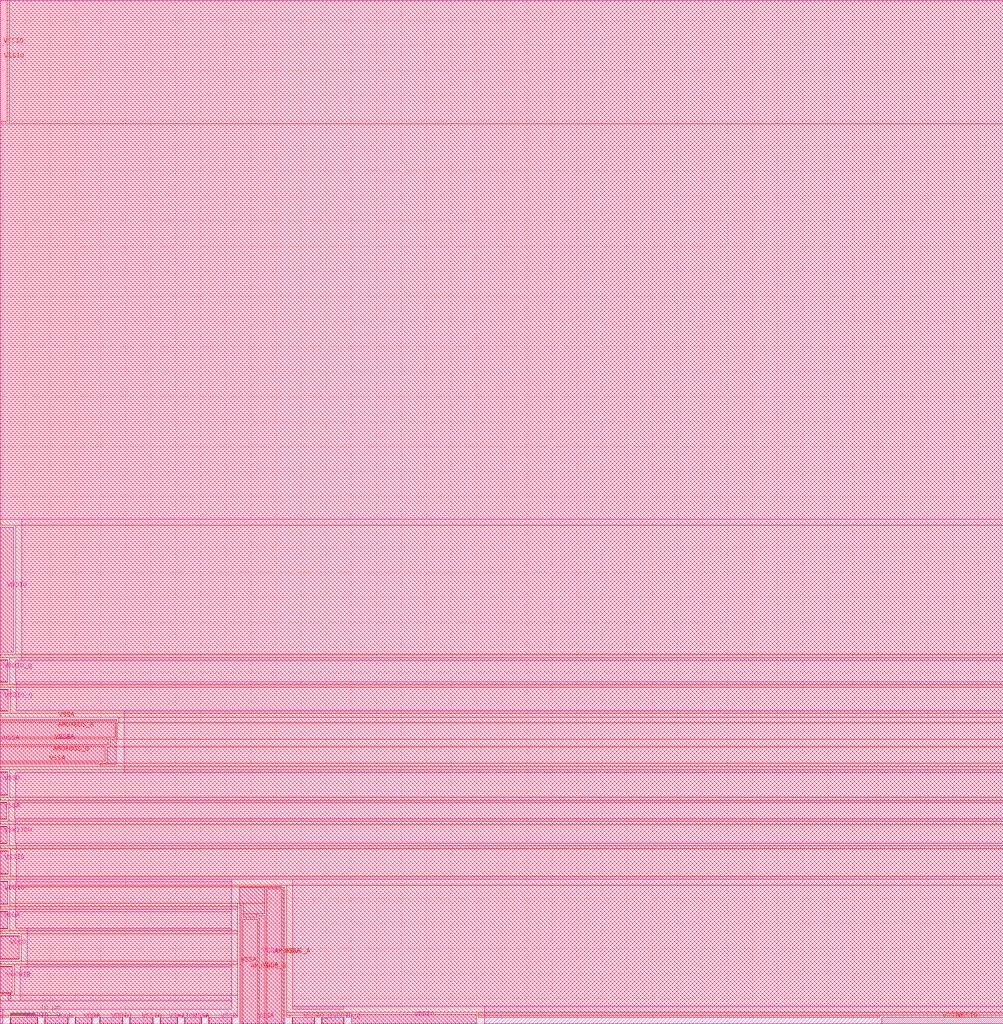
<source format=lef>
VERSION 5.7 ;
  NOWIREEXTENSIONATPIN ON ;
  DIVIDERCHAR "/" ;
  BUSBITCHARS "[]" ;
MACRO sky130_ef_io__analog_pad
  CLASS PAD ;
  FOREIGN sky130_ef_io__analog_pad ;
  ORIGIN 0.000 0.000 ;
  SIZE 75.000 BY 200.000 ;
  PIN P_CORE
    PORT
      LAYER met3 ;
        RECT 24.720 0.000 49.720 82.350 ;
    END
  END P_CORE

  PIN VSSA
    PORT
      LAYER met4 ;
        RECT 0.000 36.735 1.270 40.185 ;
    END
    PORT
      LAYER met4 ;
        RECT 0.000 56.405 75.000 56.735 ;
    END
    PORT
      LAYER met4 ;
        RECT 0.000 47.735 75.000 48.065 ;
    END
    PORT
      LAYER met4 ;
        RECT 0.000 51.645 1.270 52.825 ;
    END
    PORT
      LAYER met4 ;
        RECT 73.730 36.735 75.000 40.185 ;
    END
    PORT
      LAYER met4 ;
        RECT 73.730 56.405 75.000 56.735 ;
    END
    PORT
      LAYER met4 ;
        RECT 73.730 47.735 75.000 48.065 ;
    END
    PORT
      LAYER met4 ;
        RECT 73.730 51.645 75.000 52.825 ;
    END
    PORT
      LAYER met5 ;
        RECT 73.730 36.840 75.000 40.085 ;
    END
    PORT
      LAYER met5 ;
        RECT 0.000 47.735 1.270 56.735 ;
    END
    PORT
      LAYER met5 ;
        RECT 0.000 36.840 1.270 40.085 ;
    END
    PORT
      LAYER met5 ;
        RECT 73.730 47.735 75.000 56.735 ;
    END
  END VSSA

  PIN VSSD
    PORT
      LAYER met4 ;
        RECT 0.000 41.585 1.270 46.235 ;
    END
    PORT
      LAYER met4 ;
        RECT 73.730 41.585 75.000 46.235 ;
    END
    PORT
      LAYER met5 ;
        RECT 0.000 41.685 1.270 46.135 ;
    END
    PORT
      LAYER met5 ;
        RECT 73.730 41.685 75.000 46.135 ;
    END
  END VSSD

  PIN AMUXBUS_B
    PORT
      LAYER met4 ;
        RECT 0.000 48.365 75.000 51.345 ;
    END
    PORT
      LAYER met4 ;
        RECT 73.730 48.365 75.000 51.345 ;
    END
  END AMUXBUS_B

  PIN AMUXBUS_A
    PORT
      LAYER met4 ;
        RECT 0.000 53.125 75.000 56.105 ;
    END
    PORT
      LAYER met4 ;
        RECT 73.730 53.125 75.000 56.105 ;
    END
  END AMUXBUS_A

  PIN VDDIO_Q
    PORT
      LAYER met4 ;
        RECT 0.000 64.085 1.270 68.535 ;
    END
    PORT
      LAYER met4 ;
        RECT 73.730 64.085 75.000 68.535 ;
    END
    PORT
      LAYER met5 ;
        RECT 73.730 64.185 75.000 68.435 ;
    END
    PORT
      LAYER met5 ;
        RECT 0.000 64.185 1.270 68.435 ;
    END
  END VDDIO_Q

  PIN VDDIO
    PORT
      LAYER met4 ;
        RECT 0.000 70.035 1.270 95.000 ;
    END
    PORT
      LAYER met4 ;
        RECT 0.000 19.785 1.270 24.435 ;
    END
    PORT
      LAYER met4 ;
        RECT 73.730 70.035 75.000 95.000 ;
    END
    PORT
      LAYER met4 ;
        RECT 73.730 19.785 75.000 24.435 ;
    END
    PORT
      LAYER met5 ;
        RECT 0.000 19.885 1.270 24.335 ;
    END
    PORT
      LAYER met5 ;
        RECT 0.000 70.035 1.270 94.985 ;
    END
    PORT
      LAYER met5 ;
        RECT 73.730 19.885 75.000 24.335 ;
    END
    PORT
      LAYER met5 ;
        RECT 73.730 70.035 75.000 94.985 ;
    END
  END VDDIO

  PIN VSWITCH
    PORT
      LAYER met4 ;
        RECT 0.000 31.885 1.270 35.335 ;
    END
    PORT
      LAYER met4 ;
        RECT 73.730 31.885 75.000 35.335 ;
    END
    PORT
      LAYER met5 ;
        RECT 73.730 31.985 75.000 35.235 ;
    END
    PORT
      LAYER met5 ;
        RECT 0.000 31.985 1.270 35.235 ;
    END
  END VSWITCH

  PIN VSSIO
    PORT
      LAYER met4 ;
        RECT 0.000 25.835 1.270 30.485 ;
    END
    PORT
      LAYER met4 ;
        RECT 73.730 25.835 75.000 30.485 ;
    END
    PORT
      LAYER met4 ;
        RECT 0.000 175.785 1.270 200.000 ;
    END
    PORT
      LAYER met4 ;
        RECT 0.630 191.600 0.640 191.610 ;
    END
    PORT
      LAYER met4 ;
        RECT 73.730 175.785 75.000 200.000 ;
    END
    PORT
      LAYER met4 ;
        RECT 74.360 191.600 74.370 191.610 ;
    END
    PORT
      LAYER met5 ;
        RECT 73.730 25.935 75.000 30.385 ;
    END
    PORT
      LAYER met5 ;
        RECT 73.730 175.785 75.000 200.000 ;
    END
    PORT
      LAYER met5 ;
        RECT 0.000 175.785 1.270 200.000 ;
    END
    PORT
      LAYER met5 ;
        RECT 0.000 25.935 1.270 30.385 ;
    END
  END VSSIO

  PIN VDDA
    PORT
      LAYER met4 ;
        RECT 0.000 14.935 0.965 18.385 ;
    END
    PORT
      LAYER met4 ;
        RECT 74.035 14.935 75.000 18.385 ;
    END
    PORT
      LAYER met5 ;
        RECT 0.000 15.035 0.965 18.285 ;
    END
    PORT
      LAYER met5 ;
        RECT 74.035 15.035 75.000 18.285 ;
    END
  END VDDA

  PIN VCCD
    PORT
      LAYER met4 ;
        RECT 0.000 8.885 1.270 13.535 ;
    END
    PORT
      LAYER met4 ;
        RECT 73.730 8.885 75.000 13.535 ;
    END
    PORT
      LAYER met5 ;
        RECT 0.000 8.985 1.270 13.435 ;
    END
    PORT
      LAYER met5 ;
        RECT 73.730 8.985 75.000 13.435 ;
    END
  END VCCD

  PIN VCCHIB
    PORT
      LAYER met4 ;
        RECT 0.000 2.035 1.270 7.485 ;
    END
    PORT
      LAYER met4 ;
        RECT 73.730 2.035 75.000 7.485 ;
    END
    PORT
      LAYER met5 ;
        RECT 0.000 2.135 1.270 7.385 ;
    END
    PORT
      LAYER met5 ;
        RECT 73.730 2.135 75.000 7.385 ;
    END
  END VCCHIB

  PIN VSSIO_Q
    PORT
      LAYER met4 ;
        RECT 0.000 58.235 1.270 62.685 ;
    END
    PORT
      LAYER met4 ;
        RECT 73.730 58.235 75.000 62.685 ;
    END
    PORT
      LAYER met5 ;
        RECT 73.730 58.335 75.000 62.585 ;
    END
    PORT
      LAYER met5 ;
        RECT 0.000 58.335 1.270 62.585 ;
    END
  END VSSIO_Q

  PIN P_PAD
    PORT
      LAYER met5 ;
        RECT 7.050 105.120 67.890 165.945 ;
    END
  END P_PAD

  OBS
      LAYER li1 ;
        RECT 2.905 48.265 72.045 181.100 ;
      LAYER met1 ;
        RECT 4.250 46.255 70.440 48.855 ;
      LAYER met2 ;
        RECT 4.250 46.255 70.440 48.855 ;
      LAYER met3 ;
        RECT 0.455 82.750 74.250 173.315 ;
        RECT 0.455 14.905 24.320 82.750 ;
        RECT 50.120 14.905 74.250 82.750 ;
      LAYER met4 ;
        RECT 1.670 175.385 73.330 200.000 ;
        RECT 0.965 95.400 74.035 175.385 ;
        RECT 1.670 69.635 73.330 95.400 ;
        RECT 0.965 68.935 74.035 69.635 ;
        RECT 1.670 63.685 73.330 68.935 ;
        RECT 0.965 63.085 74.035 63.685 ;
        RECT 1.670 57.835 73.330 63.085 ;
        RECT 0.965 57.135 74.035 57.835 ;
        RECT 1.670 51.745 73.330 52.725 ;
        RECT 0.965 46.635 74.035 47.335 ;
        RECT 1.670 41.185 73.330 46.635 ;
        RECT 0.965 40.585 74.035 41.185 ;
        RECT 1.670 36.335 73.330 40.585 ;
        RECT 0.965 35.735 74.035 36.335 ;
        RECT 1.670 31.485 73.330 35.735 ;
        RECT 0.965 30.885 74.035 31.485 ;
        RECT 1.670 25.435 73.330 30.885 ;
        RECT 0.965 24.835 74.035 25.435 ;
        RECT 1.670 19.385 73.330 24.835 ;
        RECT 0.965 18.785 74.035 19.385 ;
        RECT 1.365 14.535 73.635 18.785 ;
        RECT 0.965 13.935 74.035 14.535 ;
        RECT 1.670 8.485 73.330 13.935 ;
        RECT 0.965 7.885 74.035 8.485 ;
        RECT 1.670 2.035 73.330 7.885 ;
      LAYER met5 ;
        RECT 2.870 174.185 72.130 200.000 ;
        RECT 0.000 167.545 75.000 174.185 ;
        RECT 0.000 103.520 5.450 167.545 ;
        RECT 69.490 103.520 75.000 167.545 ;
        RECT 0.000 96.585 75.000 103.520 ;
        RECT 2.870 36.840 72.130 96.585 ;
        RECT 0.000 36.835 75.000 36.840 ;
        RECT 2.870 18.285 72.130 36.835 ;
        RECT 2.565 15.035 72.435 18.285 ;
        RECT 2.870 2.135 72.130 15.035 ;
  END
END sky130_ef_io__analog_pad

#--------EOF---------

MACRO sky130_ef_io__bare_pad
  CLASS BLOCK ;
  FOREIGN sky130_ef_io__bare_pad ;
  ORIGIN 2.700 2.700 ;
  SIZE 65.400 BY 75.400 ;
  PIN PAD
    PORT
      LAYER met4 ;
        RECT -2.700 70.000 62.700 72.700 ;
        RECT -2.700 0.000 0.000 70.000 ;
        RECT 60.000 0.000 62.700 70.000 ;
        RECT -2.700 -2.700 62.700 0.000 ;
      LAYER via4 ;
        RECT -2.580 71.400 62.580 72.580 ;
        RECT -2.580 -1.400 -1.400 71.400 ;
        RECT 61.400 -1.400 62.580 71.400 ;
        RECT -2.580 -2.580 62.580 -1.400 ;
      LAYER met5 ;
        RECT -2.700 -2.700 62.700 72.700 ;
    END
  END PAD

END sky130_ef_io__bare_pad

#--------EOF---------

MACRO sky130_ef_io__com_bus_slice_1um
  CLASS PAD SPACER ;
  FOREIGN sky130_ef_io__com_bus_slice_1um ;
  ORIGIN 0.000 0.000 ;
  SIZE 1.000 BY 197.965 ;
  PIN AMUXBUS_A
    DIRECTION INOUT ;
    USE SIGNAL ;
    PORT
      LAYER met4 ;
        RECT 0.000 51.090 1.000 54.070 ;
    END
  END AMUXBUS_A

  PIN AMUXBUS_B
    DIRECTION INOUT ;
    USE SIGNAL ;
    PORT
      LAYER met4 ;
        RECT 0.000 46.330 1.000 49.310 ;
    END
  END AMUXBUS_B

  PIN VSSA
    DIRECTION INOUT ;
    USE GROUND ;
    PORT
      LAYER met5 ;
        RECT 0.000 45.700 1.000 54.700 ;
    END
    PORT
      LAYER met4 ;
        RECT 0.000 54.370 1.000 54.700 ;
    END
    PORT
      LAYER met4 ;
        RECT 0.000 45.700 1.000 46.030 ;
    END
    PORT
      LAYER met5 ;
        RECT 0.000 34.800 1.000 38.050 ;
    END
    PORT
      LAYER met4 ;
        RECT 0.000 34.700 1.000 38.150 ;
    END
  END VSSA

  PIN VDDA
    DIRECTION INOUT ;
    USE POWER ;
    PORT
      LAYER met5 ;
        RECT 0.000 13.000 1.000 16.250 ;
    END
    PORT
      LAYER met4 ;
        RECT 0.000 12.900 1.000 16.350 ;
    END
  END VDDA

  PIN VSWITCH
    DIRECTION INOUT ;
    USE POWER ;
    PORT
      LAYER met5 ;
        RECT 0.000 29.950 1.000 33.200 ;
    END
    PORT
      LAYER met4 ;
        RECT 0.000 29.850 1.000 33.300 ;
    END
  END VSWITCH

  PIN VDDIO_Q
    DIRECTION INOUT ;
    USE POWER ;
    PORT
      LAYER met5 ;
        RECT 0.000 62.150 1.000 66.400 ;
    END
    PORT
      LAYER met4 ;
        RECT 0.000 62.050 1.000 66.500 ;
    END
  END VDDIO_Q

  PIN VCCHIB
    DIRECTION INOUT ;
    USE POWER ;
    PORT
      LAYER met5 ;
        RECT 0.000 0.100 1.000 5.350 ;
    END
    PORT
      LAYER met4 ;
        RECT 0.000 0.000 1.000 5.450 ;
    END
  END VCCHIB

  PIN VDDIO
    DIRECTION INOUT ;
    USE POWER ;
    PORT
      LAYER met5 ;
        RECT 0.000 68.000 1.000 92.950 ;
    END
    PORT
      LAYER met4 ;
        RECT 0.000 68.000 1.000 92.965 ;
    END
    PORT
      LAYER met5 ;
        RECT 0.000 17.850 1.000 22.300 ;
    END
    PORT
      LAYER met4 ;
        RECT 0.000 17.750 1.000 22.400 ;
    END
  END VDDIO

  PIN VCCD
    DIRECTION INOUT ;
    USE POWER ;
    PORT
      LAYER met5 ;
        RECT 0.000 6.950 1.000 11.400 ;
    END
    PORT
      LAYER met4 ;
        RECT 0.000 6.850 1.000 11.500 ;
    END
  END VCCD

  PIN VSSIO
    DIRECTION INOUT ;
    USE GROUND ;
    PORT
      LAYER met5 ;
        RECT 0.000 23.900 1.000 28.350 ;
    END
    PORT
      LAYER met4 ;
        RECT 0.000 23.800 1.000 28.450 ;
    END
    PORT
      LAYER met5 ;
        RECT 0.000 173.750 1.000 197.965 ;
    END
  END VSSIO

  PIN VSSD
    DIRECTION INOUT ;
    USE GROUND ;
    PORT
      LAYER met5 ;
        RECT 0.000 39.650 1.000 44.100 ;
    END
    PORT
      LAYER met4 ;
        RECT 0.000 39.550 1.000 44.200 ;
    END
  END VSSD

  PIN VSSIO_Q
    DIRECTION INOUT ;
    USE GROUND ;
    PORT
      LAYER met5 ;
        RECT 0.000 56.300 1.000 60.550 ;
    END
    PORT
      LAYER met4 ;
        RECT 0.000 56.200 1.000 60.650 ;
    END
  END VSSIO_Q

  OBS
      LAYER met4 ;
        RECT 0.000 93.365 1.000 197.965 ;
        RECT 0.000 66.900 1.000 67.600 ;
        RECT 0.000 61.050 1.000 61.650 ;
        RECT 0.000 55.100 1.000 55.800 ;
        RECT 0.000 49.610 1.000 50.790 ;
  END
END sky130_ef_io__com_bus_slice_1um

#--------EOF---------

MACRO sky130_ef_io__com_bus_slice_5um
  CLASS PAD SPACER ;
  FOREIGN sky130_ef_io__com_bus_slice_5um ;
  ORIGIN 0.000 0.000 ;
  SIZE 5.000 BY 197.965 ;
  PIN AMUXBUS_A
    DIRECTION INOUT ;
    USE SIGNAL ;
    PORT
      LAYER met4 ;
        RECT 0.000 51.090 5.000 54.070 ;
    END
    PORT
      LAYER met4 ;
        RECT 4.000 51.090 5.000 54.070 ;
    END
  END AMUXBUS_A

  PIN AMUXBUS_B
    DIRECTION INOUT ;
    USE SIGNAL ;
    PORT
      LAYER met4 ;
        RECT 0.000 46.330 5.000 49.310 ;
    END
    PORT
      LAYER met4 ;
        RECT 4.000 46.330 5.000 49.310 ;
    END
  END AMUXBUS_B

  PIN VSSA
    DIRECTION INOUT ;
    USE GROUND ;
    PORT
      LAYER met5 ;
        RECT 0.000 45.700 5.000 54.700 ;
    END
    PORT
      LAYER met4 ;
        RECT 0.000 54.370 5.000 54.700 ;
    END
    PORT
      LAYER met4 ;
        RECT 0.000 45.700 5.000 46.030 ;
    END
    PORT
      LAYER met5 ;
        RECT 0.000 34.800 5.000 38.050 ;
    END
    PORT
      LAYER met4 ;
        RECT 0.000 34.700 5.000 38.150 ;
    END
    PORT
      LAYER met5 ;
        RECT 4.000 45.700 5.000 54.700 ;
    END
    PORT
      LAYER met4 ;
        RECT 4.000 54.370 5.000 54.700 ;
    END
    PORT
      LAYER met4 ;
        RECT 4.000 45.700 5.000 46.030 ;
    END
    PORT
      LAYER met5 ;
        RECT 4.000 34.800 5.000 38.050 ;
    END
    PORT
      LAYER met4 ;
        RECT 4.000 34.700 5.000 38.150 ;
    END
  END VSSA

  PIN VDDA
    DIRECTION INOUT ;
    USE POWER ;
    PORT
      LAYER met5 ;
        RECT 0.000 13.000 5.000 16.250 ;
    END
    PORT
      LAYER met4 ;
        RECT 0.000 12.900 5.000 16.350 ;
    END
    PORT
      LAYER met5 ;
        RECT 4.000 13.000 5.000 16.250 ;
    END
    PORT
      LAYER met4 ;
        RECT 4.000 12.900 5.000 16.350 ;
    END
  END VDDA

  PIN VSWITCH
    DIRECTION INOUT ;
    USE POWER ;
    PORT
      LAYER met5 ;
        RECT 0.000 29.950 5.000 33.200 ;
    END
    PORT
      LAYER met4 ;
        RECT 0.000 29.850 5.000 33.300 ;
    END
    PORT
      LAYER met5 ;
        RECT 4.000 29.950 5.000 33.200 ;
    END
    PORT
      LAYER met4 ;
        RECT 4.000 29.850 5.000 33.300 ;
    END
  END VSWITCH

  PIN VDDIO_Q
    DIRECTION INOUT ;
    USE POWER ;
    PORT
      LAYER met5 ;
        RECT 0.000 62.150 5.000 66.400 ;
    END
    PORT
      LAYER met4 ;
        RECT 0.000 62.050 5.000 66.500 ;
    END
    PORT
      LAYER met5 ;
        RECT 4.000 62.150 5.000 66.400 ;
    END
    PORT
      LAYER met4 ;
        RECT 4.000 62.050 5.000 66.500 ;
    END
  END VDDIO_Q

  PIN VCCHIB
    DIRECTION INOUT ;
    USE POWER ;
    PORT
      LAYER met5 ;
        RECT 0.000 0.100 5.000 5.350 ;
    END
    PORT
      LAYER met4 ;
        RECT 0.000 0.000 5.000 5.450 ;
    END
    PORT
      LAYER met5 ;
        RECT 4.000 0.100 5.000 5.350 ;
    END
    PORT
      LAYER met4 ;
        RECT 4.000 0.000 5.000 5.450 ;
    END
  END VCCHIB

  PIN VDDIO
    DIRECTION INOUT ;
    USE POWER ;
    PORT
      LAYER met5 ;
        RECT 0.000 68.000 5.000 92.950 ;
    END
    PORT
      LAYER met4 ;
        RECT 0.000 68.000 5.000 92.965 ;
    END
    PORT
      LAYER met5 ;
        RECT 0.000 17.850 5.000 22.300 ;
    END
    PORT
      LAYER met4 ;
        RECT 0.000 17.750 5.000 22.400 ;
    END
    PORT
      LAYER met5 ;
        RECT 4.000 68.000 5.000 92.950 ;
    END
    PORT
      LAYER met4 ;
        RECT 4.000 68.000 5.000 92.965 ;
    END
    PORT
      LAYER met5 ;
        RECT 4.000 17.850 5.000 22.300 ;
    END
    PORT
      LAYER met4 ;
        RECT 4.000 17.750 5.000 22.400 ;
    END
  END VDDIO

  PIN VCCD
    DIRECTION INOUT ;
    USE POWER ;
    PORT
      LAYER met5 ;
        RECT 0.000 6.950 5.000 11.400 ;
    END
    PORT
      LAYER met4 ;
        RECT 0.000 6.850 5.000 11.500 ;
    END
    PORT
      LAYER met5 ;
        RECT 4.000 6.950 5.000 11.400 ;
    END
    PORT
      LAYER met4 ;
        RECT 4.000 6.850 5.000 11.500 ;
    END
  END VCCD

  PIN VSSIO
    DIRECTION INOUT ;
    USE GROUND ;
    PORT
      LAYER met5 ;
        RECT 0.000 23.900 5.000 28.350 ;
    END
    PORT
      LAYER met4 ;
        RECT 0.000 23.800 5.000 28.450 ;
    END
    PORT
      LAYER met5 ;
        RECT 0.000 173.750 5.000 197.965 ;
    END
    PORT
      LAYER met5 ;
        RECT 4.000 23.900 5.000 28.350 ;
    END
    PORT
      LAYER met4 ;
        RECT 4.000 23.800 5.000 28.450 ;
    END
    PORT
      LAYER met5 ;
        RECT 4.000 173.750 5.000 197.965 ;
    END
  END VSSIO

  PIN VSSD
    DIRECTION INOUT ;
    USE GROUND ;
    PORT
      LAYER met5 ;
        RECT 0.000 39.650 5.000 44.100 ;
    END
    PORT
      LAYER met4 ;
        RECT 0.000 39.550 5.000 44.200 ;
    END
    PORT
      LAYER met5 ;
        RECT 4.000 39.650 5.000 44.100 ;
    END
    PORT
      LAYER met4 ;
        RECT 4.000 39.550 5.000 44.200 ;
    END
  END VSSD

  PIN VSSIO_Q
    DIRECTION INOUT ;
    USE GROUND ;
    PORT
      LAYER met5 ;
        RECT 0.000 56.300 5.000 60.550 ;
    END
    PORT
      LAYER met4 ;
        RECT 0.000 56.200 5.000 60.650 ;
    END
    PORT
      LAYER met5 ;
        RECT 4.000 56.300 5.000 60.550 ;
    END
    PORT
      LAYER met4 ;
        RECT 4.000 56.200 5.000 60.650 ;
    END
  END VSSIO_Q

  OBS
      LAYER met4 ;
        RECT 0.000 93.365 5.000 197.965 ;
        RECT 0.000 66.900 5.000 67.600 ;
        RECT 0.000 61.050 5.000 61.650 ;
        RECT 0.000 55.100 5.000 55.800 ;
        RECT 0.000 49.610 5.000 50.790 ;
  END
END sky130_ef_io__com_bus_slice_5um

#--------EOF---------

MACRO sky130_ef_io__com_bus_slice_10um
  CLASS PAD SPACER ;
  FOREIGN sky130_ef_io__com_bus_slice_10um ;
  ORIGIN 0.000 0.000 ;
  SIZE 10.000 BY 197.965 ;
  PIN AMUXBUS_A
    DIRECTION INOUT ;
    USE SIGNAL ;
    PORT
      LAYER met4 ;
        RECT 0.000 51.090 10.000 54.070 ;
    END
    PORT
      LAYER met4 ;
        RECT 9.000 51.090 10.000 54.070 ;
    END
  END AMUXBUS_A

  PIN AMUXBUS_B
    DIRECTION INOUT ;
    USE SIGNAL ;
    PORT
      LAYER met4 ;
        RECT 0.000 46.330 10.000 49.310 ;
    END
    PORT
      LAYER met4 ;
        RECT 9.000 46.330 10.000 49.310 ;
    END
  END AMUXBUS_B

  PIN VSSA
    DIRECTION INOUT ;
    USE GROUND ;
    PORT
      LAYER met5 ;
        RECT 0.000 45.700 10.000 54.700 ;
    END
    PORT
      LAYER met4 ;
        RECT 0.000 54.370 10.000 54.700 ;
    END
    PORT
      LAYER met4 ;
        RECT 0.000 45.700 10.000 46.030 ;
    END
    PORT
      LAYER met5 ;
        RECT 0.000 34.800 10.000 38.050 ;
    END
    PORT
      LAYER met4 ;
        RECT 0.000 34.700 10.000 38.150 ;
    END
    PORT
      LAYER met5 ;
        RECT 9.000 45.700 10.000 54.700 ;
    END
    PORT
      LAYER met4 ;
        RECT 9.000 54.370 10.000 54.700 ;
    END
    PORT
      LAYER met4 ;
        RECT 9.000 45.700 10.000 46.030 ;
    END
    PORT
      LAYER met5 ;
        RECT 9.000 34.800 10.000 38.050 ;
    END
    PORT
      LAYER met4 ;
        RECT 9.000 34.700 10.000 38.150 ;
    END
  END VSSA

  PIN VDDA
    DIRECTION INOUT ;
    USE POWER ;
    PORT
      LAYER met5 ;
        RECT 0.000 13.000 10.000 16.250 ;
    END
    PORT
      LAYER met4 ;
        RECT 0.000 12.900 10.000 16.350 ;
    END
    PORT
      LAYER met5 ;
        RECT 9.000 13.000 10.000 16.250 ;
    END
    PORT
      LAYER met4 ;
        RECT 9.000 12.900 10.000 16.350 ;
    END
  END VDDA

  PIN VSWITCH
    DIRECTION INOUT ;
    USE POWER ;
    PORT
      LAYER met5 ;
        RECT 0.000 29.950 10.000 33.200 ;
    END
    PORT
      LAYER met4 ;
        RECT 0.000 29.850 10.000 33.300 ;
    END
    PORT
      LAYER met5 ;
        RECT 9.000 29.950 10.000 33.200 ;
    END
    PORT
      LAYER met4 ;
        RECT 9.000 29.850 10.000 33.300 ;
    END
  END VSWITCH

  PIN VDDIO_Q
    DIRECTION INOUT ;
    USE POWER ;
    PORT
      LAYER met5 ;
        RECT 0.000 62.150 10.000 66.400 ;
    END
    PORT
      LAYER met4 ;
        RECT 0.000 62.050 10.000 66.500 ;
    END
    PORT
      LAYER met5 ;
        RECT 9.000 62.150 10.000 66.400 ;
    END
    PORT
      LAYER met4 ;
        RECT 9.000 62.050 10.000 66.500 ;
    END
  END VDDIO_Q

  PIN VCCHIB
    DIRECTION INOUT ;
    USE POWER ;
    PORT
      LAYER met5 ;
        RECT 0.000 0.100 10.000 5.350 ;
    END
    PORT
      LAYER met4 ;
        RECT 0.000 0.000 10.000 5.450 ;
    END
    PORT
      LAYER met5 ;
        RECT 9.000 0.100 10.000 5.350 ;
    END
    PORT
      LAYER met4 ;
        RECT 9.000 0.000 10.000 5.450 ;
    END
  END VCCHIB

  PIN VDDIO
    DIRECTION INOUT ;
    USE POWER ;
    PORT
      LAYER met5 ;
        RECT 0.000 68.000 10.000 92.950 ;
    END
    PORT
      LAYER met4 ;
        RECT 0.000 68.000 10.000 92.965 ;
    END
    PORT
      LAYER met5 ;
        RECT 0.000 17.850 10.000 22.300 ;
    END
    PORT
      LAYER met4 ;
        RECT 0.000 17.750 10.000 22.400 ;
    END
    PORT
      LAYER met5 ;
        RECT 9.000 68.000 10.000 92.950 ;
    END
    PORT
      LAYER met4 ;
        RECT 9.000 68.000 10.000 92.965 ;
    END
    PORT
      LAYER met5 ;
        RECT 9.000 17.850 10.000 22.300 ;
    END
    PORT
      LAYER met4 ;
        RECT 9.000 17.750 10.000 22.400 ;
    END
  END VDDIO

  PIN VCCD
    DIRECTION INOUT ;
    USE POWER ;
    PORT
      LAYER met5 ;
        RECT 0.000 6.950 10.000 11.400 ;
    END
    PORT
      LAYER met4 ;
        RECT 0.000 6.850 10.000 11.500 ;
    END
    PORT
      LAYER met5 ;
        RECT 9.000 6.950 10.000 11.400 ;
    END
    PORT
      LAYER met4 ;
        RECT 9.000 6.850 10.000 11.500 ;
    END
  END VCCD

  PIN VSSIO
    DIRECTION INOUT ;
    USE GROUND ;
    PORT
      LAYER met5 ;
        RECT 0.000 23.900 10.000 28.350 ;
    END
    PORT
      LAYER met4 ;
        RECT 0.000 23.800 10.000 28.450 ;
    END
    PORT
      LAYER met5 ;
        RECT 0.000 173.750 10.000 197.965 ;
    END
    PORT
      LAYER met5 ;
        RECT 9.000 23.900 10.000 28.350 ;
    END
    PORT
      LAYER met4 ;
        RECT 9.000 23.800 10.000 28.450 ;
    END
    PORT
      LAYER met5 ;
        RECT 9.000 173.750 10.000 197.965 ;
    END
  END VSSIO

  PIN VSSD
    DIRECTION INOUT ;
    USE GROUND ;
    PORT
      LAYER met5 ;
        RECT 0.000 39.650 10.000 44.100 ;
    END
    PORT
      LAYER met4 ;
        RECT 0.000 39.550 10.000 44.200 ;
    END
    PORT
      LAYER met5 ;
        RECT 9.000 39.650 10.000 44.100 ;
    END
    PORT
      LAYER met4 ;
        RECT 9.000 39.550 10.000 44.200 ;
    END
  END VSSD

  PIN VSSIO_Q
    DIRECTION INOUT ;
    USE GROUND ;
    PORT
      LAYER met5 ;
        RECT 0.000 56.300 10.000 60.550 ;
    END
    PORT
      LAYER met4 ;
        RECT 0.000 56.200 10.000 60.650 ;
    END
    PORT
      LAYER met5 ;
        RECT 9.000 56.300 10.000 60.550 ;
    END
    PORT
      LAYER met4 ;
        RECT 9.000 56.200 10.000 60.650 ;
    END
  END VSSIO_Q

  OBS
      LAYER met4 ;
        RECT 0.000 93.365 10.000 197.965 ;
        RECT 0.000 66.900 10.000 67.600 ;
        RECT 0.000 61.050 10.000 61.650 ;
        RECT 0.000 55.100 10.000 55.800 ;
        RECT 0.000 49.610 10.000 50.790 ;
  END
END sky130_ef_io__com_bus_slice_10um

#--------EOF---------

MACRO sky130_ef_io__com_bus_slice_20um
  CLASS PAD SPACER ;
  FOREIGN sky130_ef_io__com_bus_slice_20um ;
  ORIGIN 0.000 0.000 ;
  SIZE 20.000 BY 197.965 ;
  PIN AMUXBUS_A
    DIRECTION INOUT ;
    USE SIGNAL ;
    PORT
      LAYER met4 ;
        RECT 0.000 51.090 20.000 54.070 ;
    END
    PORT
      LAYER met4 ;
        RECT 19.000 51.090 20.000 54.070 ;
    END
  END AMUXBUS_A

  PIN AMUXBUS_B
    DIRECTION INOUT ;
    USE SIGNAL ;
    PORT
      LAYER met4 ;
        RECT 0.000 46.330 20.000 49.310 ;
    END
    PORT
      LAYER met4 ;
        RECT 19.000 46.330 20.000 49.310 ;
    END
  END AMUXBUS_B

  PIN VSSA
    DIRECTION INOUT ;
    USE GROUND ;
    PORT
      LAYER met5 ;
        RECT 0.000 45.700 20.000 54.700 ;
    END
    PORT
      LAYER met4 ;
        RECT 0.000 54.370 20.000 54.700 ;
    END
    PORT
      LAYER met4 ;
        RECT 0.000 45.700 20.000 46.030 ;
    END
    PORT
      LAYER met5 ;
        RECT 0.000 34.800 20.000 38.050 ;
    END
    PORT
      LAYER met4 ;
        RECT 0.000 34.700 20.000 38.150 ;
    END
    PORT
      LAYER met5 ;
        RECT 19.000 45.700 20.000 54.700 ;
    END
    PORT
      LAYER met4 ;
        RECT 19.000 54.370 20.000 54.700 ;
    END
    PORT
      LAYER met4 ;
        RECT 19.000 45.700 20.000 46.030 ;
    END
    PORT
      LAYER met5 ;
        RECT 19.000 34.800 20.000 38.050 ;
    END
    PORT
      LAYER met4 ;
        RECT 19.000 34.700 20.000 38.150 ;
    END
  END VSSA

  PIN VDDA
    DIRECTION INOUT ;
    USE POWER ;
    PORT
      LAYER met5 ;
        RECT 0.000 13.000 20.000 16.250 ;
    END
    PORT
      LAYER met4 ;
        RECT 0.000 12.900 20.000 16.350 ;
    END
    PORT
      LAYER met5 ;
        RECT 19.000 13.000 20.000 16.250 ;
    END
    PORT
      LAYER met4 ;
        RECT 19.000 12.900 20.000 16.350 ;
    END
  END VDDA

  PIN VSWITCH
    DIRECTION INOUT ;
    USE POWER ;
    PORT
      LAYER met5 ;
        RECT 0.000 29.950 20.000 33.200 ;
    END
    PORT
      LAYER met4 ;
        RECT 0.000 29.850 20.000 33.300 ;
    END
    PORT
      LAYER met5 ;
        RECT 19.000 29.950 20.000 33.200 ;
    END
    PORT
      LAYER met4 ;
        RECT 19.000 29.850 20.000 33.300 ;
    END
  END VSWITCH

  PIN VDDIO_Q
    DIRECTION INOUT ;
    USE POWER ;
    PORT
      LAYER met5 ;
        RECT 0.000 62.150 20.000 66.400 ;
    END
    PORT
      LAYER met4 ;
        RECT 0.000 62.050 20.000 66.500 ;
    END
    PORT
      LAYER met5 ;
        RECT 19.000 62.150 20.000 66.400 ;
    END
    PORT
      LAYER met4 ;
        RECT 19.000 62.050 20.000 66.500 ;
    END
  END VDDIO_Q

  PIN VCCHIB
    DIRECTION INOUT ;
    USE POWER ;
    PORT
      LAYER met5 ;
        RECT 0.000 0.100 20.000 5.350 ;
    END
    PORT
      LAYER met4 ;
        RECT 0.000 0.000 20.000 5.450 ;
    END
    PORT
      LAYER met5 ;
        RECT 19.000 0.100 20.000 5.350 ;
    END
    PORT
      LAYER met4 ;
        RECT 19.000 0.000 20.000 5.450 ;
    END
  END VCCHIB

  PIN VDDIO
    DIRECTION INOUT ;
    USE POWER ;
    PORT
      LAYER met5 ;
        RECT 0.000 68.000 20.000 92.950 ;
    END
    PORT
      LAYER met4 ;
        RECT 0.000 68.000 20.000 92.965 ;
    END
    PORT
      LAYER met5 ;
        RECT 0.000 17.850 20.000 22.300 ;
    END
    PORT
      LAYER met4 ;
        RECT 0.000 17.750 20.000 22.400 ;
    END
    PORT
      LAYER met5 ;
        RECT 19.000 68.000 20.000 92.950 ;
    END
    PORT
      LAYER met4 ;
        RECT 19.000 68.000 20.000 92.965 ;
    END
    PORT
      LAYER met5 ;
        RECT 19.000 17.850 20.000 22.300 ;
    END
    PORT
      LAYER met4 ;
        RECT 19.000 17.750 20.000 22.400 ;
    END
  END VDDIO

  PIN VCCD
    DIRECTION INOUT ;
    USE POWER ;
    PORT
      LAYER met5 ;
        RECT 0.000 6.950 20.000 11.400 ;
    END
    PORT
      LAYER met4 ;
        RECT 0.000 6.850 20.000 11.500 ;
    END
    PORT
      LAYER met5 ;
        RECT 19.000 6.950 20.000 11.400 ;
    END
    PORT
      LAYER met4 ;
        RECT 19.000 6.850 20.000 11.500 ;
    END
  END VCCD

  PIN VSSIO
    DIRECTION INOUT ;
    USE GROUND ;
    PORT
      LAYER met5 ;
        RECT 0.000 23.900 20.000 28.350 ;
    END
    PORT
      LAYER met4 ;
        RECT 0.000 23.800 20.000 28.450 ;
    END
    PORT
      LAYER met5 ;
        RECT 0.000 173.750 20.000 197.965 ;
    END
    PORT
      LAYER met5 ;
        RECT 19.000 23.900 20.000 28.350 ;
    END
    PORT
      LAYER met4 ;
        RECT 19.000 23.800 20.000 28.450 ;
    END
    PORT
      LAYER met5 ;
        RECT 19.000 173.750 20.000 197.965 ;
    END
  END VSSIO

  PIN VSSD
    DIRECTION INOUT ;
    USE GROUND ;
    PORT
      LAYER met5 ;
        RECT 0.000 39.650 20.000 44.100 ;
    END
    PORT
      LAYER met4 ;
        RECT 0.000 39.550 20.000 44.200 ;
    END
    PORT
      LAYER met5 ;
        RECT 19.000 39.650 20.000 44.100 ;
    END
    PORT
      LAYER met4 ;
        RECT 19.000 39.550 20.000 44.200 ;
    END
  END VSSD

  PIN VSSIO_Q
    DIRECTION INOUT ;
    USE GROUND ;
    PORT
      LAYER met5 ;
        RECT 0.000 56.300 20.000 60.550 ;
    END
    PORT
      LAYER met4 ;
        RECT 0.000 56.200 20.000 60.650 ;
    END
    PORT
      LAYER met5 ;
        RECT 19.000 56.300 20.000 60.550 ;
    END
    PORT
      LAYER met4 ;
        RECT 19.000 56.200 20.000 60.650 ;
    END
  END VSSIO_Q

  OBS
      LAYER met4 ;
        RECT 0.000 93.365 20.000 197.965 ;
        RECT 0.000 66.900 20.000 67.600 ;
        RECT 0.000 61.050 20.000 61.650 ;
        RECT 0.000 55.100 20.000 55.800 ;
        RECT 0.000 49.610 20.000 50.790 ;
  END
END sky130_ef_io__com_bus_slice_20um

#--------EOF---------

MACRO sky130_ef_io__connect_vcchib_vccd_and_vswitch_vddio_slice_20um
  CLASS PAD AREAIO ;
  FOREIGN sky130_ef_io__connect_vcchib_vccd_and_vswitch_vddio_slice_20um ;
  ORIGIN 0.000 0.000 ;
  SIZE 20.000 BY 197.965 ;
  PIN AMUXBUS_A
    DIRECTION INOUT ;
    USE SIGNAL ;
    PORT
      LAYER met4 ;
        RECT 0.000 51.090 20.000 54.070 ;
    END
  END AMUXBUS_A

  PIN AMUXBUS_B
    DIRECTION INOUT ;
    USE SIGNAL ;
    PORT
      LAYER met4 ;
        RECT 0.000 46.330 20.000 49.310 ;
    END
  END AMUXBUS_B

  PIN VSSA
    DIRECTION INOUT ;
    USE GROUND ;
    PORT
      LAYER met5 ;
        RECT 0.000 45.700 20.000 54.700 ;
    END
    PORT
      LAYER met4 ;
        RECT 0.000 54.370 20.000 54.700 ;
    END
    PORT
      LAYER met4 ;
        RECT 0.000 45.700 20.000 46.030 ;
    END
    PORT
      LAYER met5 ;
        RECT 0.000 34.800 20.000 38.050 ;
    END
    PORT
      LAYER met4 ;
        RECT 0.000 34.700 20.000 38.150 ;
    END
  END VSSA

  PIN VDDA
    DIRECTION INOUT ;
    USE POWER ;
    PORT
      LAYER met5 ;
        RECT 0.000 13.000 20.000 16.250 ;
    END
    PORT
      LAYER met4 ;
        RECT 0.000 12.900 20.000 16.350 ;
    END
  END VDDA

  PIN VSWITCH
    DIRECTION INOUT ;
    USE POWER ;
    PORT
      LAYER met5 ;
        RECT 0.000 29.950 20.000 33.200 ;
    END
    PORT
      LAYER met3 ;
        RECT 0.990 17.880 19.000 33.200 ;
      LAYER via3 ;
        RECT 1.090 30.080 18.740 33.030 ;
        RECT 1.280 18.080 18.770 22.090 ;
      LAYER met4 ;
        RECT 0.000 29.850 20.000 33.300 ;
        RECT 0.000 17.750 20.000 22.400 ;
    END
  END VSWITCH

  PIN VDDIO_Q
    DIRECTION INOUT ;
    USE POWER ;
    PORT
      LAYER met5 ;
        RECT 0.000 62.150 20.000 66.400 ;
    END
    PORT
      LAYER met4 ;
        RECT 0.000 62.050 20.000 66.500 ;
    END
  END VDDIO_Q

  PIN VCCHIB
    DIRECTION INOUT ;
    USE POWER ;
    PORT
      LAYER met5 ;
        RECT 0.000 0.100 20.000 11.400 ;
    END
    PORT
      LAYER met4 ;
        RECT 0.000 0.000 20.000 5.450 ;
    END
  END VCCHIB

  PIN VDDIO
    DIRECTION INOUT ;
    USE POWER ;
    PORT
      LAYER met5 ;
        RECT 0.000 68.000 20.000 92.950 ;
    END
    PORT
      LAYER met4 ;
        RECT 0.000 68.000 20.000 92.965 ;
    END
    PORT
      LAYER met5 ;
        RECT 0.000 17.850 20.000 22.300 ;
    END
  END VDDIO

  PIN VCCD
    DIRECTION INOUT ;
    USE POWER ;
    PORT
      LAYER met4 ;
        RECT 0.000 6.850 20.000 11.500 ;
    END
  END VCCD

  PIN VSSIO
    DIRECTION INOUT ;
    USE GROUND ;
    PORT
      LAYER met5 ;
        RECT 0.000 23.900 20.000 28.350 ;
    END
    PORT
      LAYER met4 ;
        RECT 0.000 23.800 20.000 28.450 ;
    END
    PORT
      LAYER met5 ;
        RECT 0.000 173.750 20.000 197.965 ;
    END
  END VSSIO

  PIN VSSD
    DIRECTION INOUT ;
    USE GROUND ;
    PORT
      LAYER met5 ;
        RECT 0.000 39.650 20.000 44.100 ;
    END
    PORT
      LAYER met4 ;
        RECT 0.000 39.550 20.000 44.200 ;
    END
  END VSSD

  PIN VSSIO_Q
    DIRECTION INOUT ;
    USE GROUND ;
    PORT
      LAYER met5 ;
        RECT 0.000 56.300 20.000 60.550 ;
    END
    PORT
      LAYER met4 ;
        RECT 0.000 56.200 20.000 60.650 ;
    END
  END VSSIO_Q

  OBS
      LAYER met4 ;
        RECT 0.000 173.750 20.000 197.965 ;
        RECT 0.000 49.610 20.000 50.790 ;
  END
END sky130_ef_io__connect_vcchib_vccd_and_vswitch_vddio_slice_20um

#--------EOF---------

MACRO sky130_ef_io__corner_pad
  CLASS ENDCAP TOPRIGHT ;
  FOREIGN sky130_ef_io__corner_pad ;
  ORIGIN 0.000 0.000 ;
  SIZE 200.000 BY 204.000 ;
  PIN AMUXBUS_A
    DIRECTION INOUT ;
    USE SIGNAL ;
    PORT
      LAYER met4 ;
        RECT 0.000 57.125 22.910 60.105 ;
    END
    PORT
      LAYER met4 ;
        RECT 53.125 0.000 56.105 26.910 ;
    END
  END AMUXBUS_A

  PIN AMUXBUS_B
    DIRECTION INOUT ;
    USE SIGNAL ;
    PORT
      LAYER met4 ;
        RECT 0.000 52.365 20.935 55.345 ;
    END
    PORT
      LAYER met4 ;
        RECT 48.365 0.000 51.345 20.875 ;
    END
  END AMUXBUS_B

  PIN VSSA
    DIRECTION INOUT ;
    USE GROUND ;
    PORT
      LAYER met5 ;
        RECT 0.000 51.735 23.155 60.735 ;
    END
    PORT
      LAYER met5 ;
        RECT 0.630 56.020 0.640 56.030 ;
    END
    PORT
      LAYER met5 ;
        RECT 0.000 40.835 1.335 44.085 ;
    END
    PORT
      LAYER met4 ;
        RECT 0.000 51.735 19.575 52.065 ;
    END
    PORT
      LAYER met4 ;
        RECT 0.000 40.735 1.335 44.185 ;
    END
    PORT
      LAYER met4 ;
        RECT 0.000 55.645 21.550 56.825 ;
    END
    PORT
      LAYER met4 ;
        RECT 0.000 60.405 23.175 60.735 ;
    END
    PORT
      LAYER met5 ;
        RECT 36.840 0.000 40.085 1.270 ;
    END
    PORT
      LAYER met5 ;
        RECT 47.735 0.000 56.735 27.155 ;
    END
    PORT
      LAYER met5 ;
        RECT 51.285 0.630 51.295 0.640 ;
    END
    PORT
      LAYER met4 ;
        RECT 56.405 0.000 56.735 27.175 ;
    END
    PORT
      LAYER met4 ;
        RECT 51.645 0.000 52.825 21.555 ;
    END
    PORT
      LAYER met4 ;
        RECT 36.735 0.000 40.185 1.270 ;
    END
    PORT
      LAYER met4 ;
        RECT 47.735 0.000 48.065 23.575 ;
    END
  END VSSA

  PIN VDDA
    DIRECTION INOUT ;
    USE POWER ;
    PORT
      LAYER met5 ;
        RECT 0.000 19.035 1.470 22.285 ;
    END
    PORT
      LAYER met4 ;
        RECT 0.000 18.935 1.470 22.385 ;
    END
    PORT
      LAYER met5 ;
        RECT 15.035 0.000 18.285 1.255 ;
    END
    PORT
      LAYER met4 ;
        RECT 14.935 0.000 18.385 1.255 ;
    END
  END VDDA

  PIN VSWITCH
    DIRECTION INOUT ;
    USE POWER ;
    PORT
      LAYER met5 ;
        RECT 0.000 35.985 1.385 39.235 ;
    END
    PORT
      LAYER met4 ;
        RECT 0.000 35.885 1.385 39.335 ;
    END
    PORT
      LAYER met5 ;
        RECT 31.985 0.000 35.235 1.270 ;
    END
    PORT
      LAYER met4 ;
        RECT 31.885 0.000 35.335 1.270 ;
    END
  END VSWITCH

  PIN VDDIO_Q
    DIRECTION INOUT ;
    USE POWER ;
    PORT
      LAYER met5 ;
        RECT 0.000 68.185 1.480 72.435 ;
    END
    PORT
      LAYER met4 ;
        RECT 0.000 68.085 1.480 72.535 ;
    END
    PORT
      LAYER met5 ;
        RECT 64.185 0.000 68.435 1.270 ;
    END
    PORT
      LAYER met4 ;
        RECT 64.085 0.000 68.535 1.270 ;
    END
  END VDDIO_Q

  PIN VCCHIB
    DIRECTION INOUT ;
    USE POWER ;
    PORT
      LAYER met5 ;
        RECT 0.000 6.135 2.350 11.385 ;
    END
    PORT
      LAYER met4 ;
        RECT 0.000 6.035 2.350 11.485 ;
    END
    PORT
      LAYER met5 ;
        RECT 2.135 0.000 7.385 1.270 ;
    END
    PORT
      LAYER met4 ;
        RECT 2.035 0.000 7.485 1.270 ;
    END
  END VCCHIB

  PIN VDDIO
    DIRECTION INOUT ;
    USE POWER ;
    PORT
      LAYER met5 ;
        RECT 0.000 74.035 2.645 98.985 ;
    END
    PORT
      LAYER met5 ;
        RECT 0.000 23.885 1.525 28.335 ;
    END
    PORT
      LAYER met4 ;
        RECT 0.000 23.785 1.525 28.435 ;
    END
    PORT
      LAYER met4 ;
        RECT 0.000 74.035 2.645 99.000 ;
    END
    PORT
      LAYER met5 ;
        RECT 19.885 0.000 24.335 1.270 ;
    END
    PORT
      LAYER met5 ;
        RECT 70.035 0.000 94.985 1.855 ;
    END
    PORT
      LAYER met4 ;
        RECT 70.035 0.000 95.000 1.855 ;
    END
    PORT
      LAYER met4 ;
        RECT 19.785 0.000 24.435 1.270 ;
    END
  END VDDIO

  PIN VCCD
    DIRECTION INOUT ;
    USE POWER ;
    PORT
      LAYER met5 ;
        RECT 0.000 12.985 3.785 17.435 ;
    END
    PORT
      LAYER met4 ;
        RECT 0.000 12.885 3.785 17.535 ;
    END
    PORT
      LAYER met5 ;
        RECT 8.985 0.000 13.435 1.270 ;
    END
    PORT
      LAYER met4 ;
        RECT 8.885 0.000 13.535 1.270 ;
    END
  END VCCD

  PIN VSSIO
    DIRECTION INOUT ;
    USE GROUND ;
    PORT
      LAYER met5 ;
        RECT 0.000 29.935 1.600 34.385 ;
    END
    PORT
      LAYER met4 ;
        RECT 0.000 29.835 1.600 34.485 ;
    END
    PORT
      LAYER met4 ;
        RECT 0.000 179.785 1.435 204.000 ;
    END
    PORT
      LAYER met4 ;
        RECT 0.630 194.865 0.640 194.875 ;
    END
    PORT
      LAYER met5 ;
        RECT 25.935 0.000 30.385 1.270 ;
    END
    PORT
      LAYER met4 ;
        RECT 25.835 0.000 30.485 1.270 ;
    END
    PORT
      LAYER met4 ;
        RECT 175.785 0.000 200.000 1.270 ;
    END
    PORT
      LAYER met4 ;
        RECT 190.865 0.630 190.875 0.640 ;
    END
  END VSSIO

  PIN VSSD
    DIRECTION INOUT ;
    USE GROUND ;
    PORT
      LAYER met5 ;
        RECT 0.000 45.685 1.475 50.135 ;
    END
    PORT
      LAYER met4 ;
        RECT 0.000 45.585 1.475 50.235 ;
    END
    PORT
      LAYER met5 ;
        RECT 41.685 0.000 46.135 1.270 ;
    END
    PORT
      LAYER met4 ;
        RECT 41.585 0.000 46.235 1.270 ;
    END
  END VSSD

  PIN VSSIO_Q
    DIRECTION INOUT ;
    USE GROUND ;
    PORT
      LAYER met5 ;
        RECT 0.000 62.335 1.625 66.585 ;
    END
    PORT
      LAYER met4 ;
        RECT 0.000 62.235 1.625 66.685 ;
    END
    PORT
      LAYER met5 ;
        RECT 58.335 0.000 62.585 1.270 ;
    END
    PORT
      LAYER met4 ;
        RECT 58.235 0.000 62.685 1.270 ;
    END
  END VSSIO_Q

  OBS
      LAYER met4 ;
        RECT 1.835 179.385 200.000 204.000 ;
        RECT 0.000 99.400 200.000 179.385 ;
        RECT 3.045 73.635 200.000 99.400 ;
        RECT 0.000 72.935 200.000 73.635 ;
        RECT 1.880 67.685 200.000 72.935 ;
        RECT 0.000 67.085 200.000 67.685 ;
        RECT 2.025 61.835 200.000 67.085 ;
        RECT 0.000 61.135 200.000 61.835 ;
        RECT 23.575 60.005 200.000 61.135 ;
        RECT 23.310 56.725 200.000 60.005 ;
        RECT 21.950 55.245 200.000 56.725 ;
        RECT 21.335 51.965 200.000 55.245 ;
        RECT 19.975 51.335 200.000 51.965 ;
        RECT 0.000 50.635 200.000 51.335 ;
        RECT 1.875 45.185 200.000 50.635 ;
        RECT 0.000 44.585 200.000 45.185 ;
        RECT 1.735 40.335 200.000 44.585 ;
        RECT 0.000 39.735 200.000 40.335 ;
        RECT 1.785 35.485 200.000 39.735 ;
        RECT 0.000 34.885 200.000 35.485 ;
        RECT 2.000 29.435 200.000 34.885 ;
        RECT 0.000 28.835 200.000 29.435 ;
        RECT 1.925 27.575 200.000 28.835 ;
        RECT 1.925 27.310 56.005 27.575 ;
        RECT 1.925 23.975 52.725 27.310 ;
        RECT 1.925 23.385 47.335 23.975 ;
        RECT 0.000 22.785 47.335 23.385 ;
        RECT 1.870 18.535 47.335 22.785 ;
        RECT 48.465 21.955 52.725 23.975 ;
        RECT 48.465 21.275 51.245 21.955 ;
        RECT 0.000 17.935 47.335 18.535 ;
        RECT 4.185 12.485 47.335 17.935 ;
        RECT 0.000 11.885 47.335 12.485 ;
        RECT 0.400 5.635 2.035 6.035 ;
        RECT 2.750 5.635 47.335 11.885 ;
        RECT 0.000 1.670 47.335 5.635 ;
        RECT 0.000 1.255 1.635 1.670 ;
        RECT 7.885 1.255 8.485 1.670 ;
        RECT 13.935 1.655 19.385 1.670 ;
        RECT 13.935 1.255 14.535 1.655 ;
        RECT 18.785 1.255 19.385 1.655 ;
        RECT 24.835 1.255 25.435 1.670 ;
        RECT 30.885 1.255 31.485 1.670 ;
        RECT 35.735 1.255 36.335 1.670 ;
        RECT 40.585 1.255 41.185 1.670 ;
        RECT 46.635 1.255 47.335 1.670 ;
        RECT 57.135 2.255 200.000 27.575 ;
        RECT 57.135 1.670 69.635 2.255 ;
        RECT 57.135 1.255 57.835 1.670 ;
        RECT 63.085 1.255 63.685 1.670 ;
        RECT 68.935 1.255 69.635 1.670 ;
        RECT 95.400 1.670 200.000 2.255 ;
        RECT 95.400 1.255 175.385 1.670 ;
      LAYER met5 ;
        RECT 0.000 100.585 200.000 204.000 ;
        RECT 4.245 72.435 200.000 100.585 ;
        RECT 3.080 68.185 200.000 72.435 ;
        RECT 3.225 62.335 200.000 68.185 ;
        RECT 24.755 50.135 200.000 62.335 ;
        RECT 3.075 44.085 200.000 50.135 ;
        RECT 2.935 40.835 200.000 44.085 ;
        RECT 2.985 35.985 200.000 40.835 ;
        RECT 3.200 28.755 200.000 35.985 ;
        RECT 3.200 28.335 46.135 28.755 ;
        RECT 3.125 22.285 46.135 28.335 ;
        RECT 3.070 19.035 46.135 22.285 ;
        RECT 5.385 11.385 46.135 19.035 ;
        RECT 1.600 4.535 2.135 6.135 ;
        RECT 3.950 4.535 46.135 11.385 ;
        RECT 0.000 2.870 46.135 4.535 ;
        RECT 58.335 3.455 200.000 28.755 ;
        RECT 58.335 2.870 68.435 3.455 ;
        RECT 0.000 0.000 0.535 2.870 ;
        RECT 15.035 2.855 18.285 2.870 ;
        RECT 96.585 0.000 200.000 3.455 ;
  END
END sky130_ef_io__corner_pad

#--------EOF---------

MACRO sky130_ef_io__disconnect_vccd_slice_5um
  CLASS PAD AREAIO ;
  FOREIGN sky130_ef_io__disconnect_vccd_slice_5um ;
  ORIGIN 0.000 0.000 ;
  SIZE 5.000 BY 197.965 ;
  PIN AMUXBUS_A
    DIRECTION INOUT ;
    USE SIGNAL ;
    PORT
      LAYER met4 ;
        RECT 0.000 51.090 5.000 54.070 ;
    END
  END AMUXBUS_A

  PIN AMUXBUS_B
    DIRECTION INOUT ;
    USE SIGNAL ;
    PORT
      LAYER met4 ;
        RECT 0.000 46.330 5.000 49.310 ;
    END
  END AMUXBUS_B

  PIN VSSA
    DIRECTION INOUT ;
    USE GROUND ;
    PORT
      LAYER met5 ;
        RECT 0.000 45.700 5.000 54.700 ;
    END
    PORT
      LAYER met4 ;
        RECT 0.000 54.370 5.000 54.700 ;
    END
    PORT
      LAYER met4 ;
        RECT 0.000 45.700 5.000 46.030 ;
    END
    PORT
      LAYER met5 ;
        RECT 0.000 34.800 5.000 38.050 ;
    END
    PORT
      LAYER met4 ;
        RECT 0.000 34.700 5.000 38.150 ;
    END
  END VSSA

  PIN VDDA
    DIRECTION INOUT ;
    USE POWER ;
    PORT
      LAYER met5 ;
        RECT 0.000 13.000 5.000 16.250 ;
    END
    PORT
      LAYER met4 ;
        RECT 0.000 12.900 5.000 16.350 ;
    END
  END VDDA

  PIN VSWITCH
    DIRECTION INOUT ;
    USE POWER ;
    PORT
      LAYER met5 ;
        RECT 0.000 29.950 5.000 33.200 ;
    END
    PORT
      LAYER met4 ;
        RECT 0.000 29.850 5.000 33.300 ;
    END
  END VSWITCH

  PIN VDDIO_Q
    DIRECTION INOUT ;
    USE POWER ;
    PORT
      LAYER met5 ;
        RECT 0.000 62.150 5.000 66.400 ;
    END
    PORT
      LAYER met4 ;
        RECT 0.000 62.050 5.000 66.500 ;
    END
  END VDDIO_Q

  PIN VCCHIB
    DIRECTION INOUT ;
    USE POWER ;
    PORT
      LAYER met5 ;
        RECT 0.000 0.100 5.000 5.350 ;
    END
    PORT
      LAYER met4 ;
        RECT 0.000 0.000 5.000 5.450 ;
    END
  END VCCHIB

  PIN VDDIO
    DIRECTION INOUT ;
    USE POWER ;
    PORT
      LAYER met5 ;
        RECT 0.000 68.000 5.000 92.950 ;
    END
    PORT
      LAYER met4 ;
        RECT 0.000 68.000 5.000 92.965 ;
    END
    PORT
      LAYER met5 ;
        RECT 0.000 17.850 5.000 22.300 ;
    END
    PORT
      LAYER met4 ;
        RECT 0.000 17.750 5.000 22.400 ;
    END
  END VDDIO

  PIN VSSIO
    DIRECTION INOUT ;
    USE GROUND ;
    PORT
      LAYER met5 ;
        RECT 0.000 23.900 5.000 28.350 ;
    END
    PORT
      LAYER met4 ;
        RECT 0.000 23.800 5.000 28.450 ;
    END
    PORT
      LAYER met5 ;
        RECT 0.000 173.750 5.000 197.965 ;
    END
  END VSSIO

  PIN VSSIO_Q
    DIRECTION INOUT ;
    USE GROUND ;
    PORT
      LAYER met5 ;
        RECT 0.000 56.300 5.000 60.550 ;
    END
    PORT
      LAYER met4 ;
        RECT 0.000 56.200 5.000 60.650 ;
    END
  END VSSIO_Q

  OBS
      LAYER met4 ;
        RECT 0.000 173.750 5.000 197.965 ;
        RECT 0.000 49.610 5.000 50.790 ;
  END
END sky130_ef_io__disconnect_vccd_slice_5um

#--------EOF---------

MACRO sky130_ef_io__disconnect_vdda_slice_5um
  CLASS PAD AREAIO ;
  FOREIGN sky130_ef_io__disconnect_vdda_slice_5um ;
  ORIGIN 0.000 0.000 ;
  SIZE 5.000 BY 197.965 ;
  PIN AMUXBUS_A
    DIRECTION INOUT ;
    USE SIGNAL ;
    PORT
      LAYER met4 ;
        RECT 0.000 51.090 5.000 54.070 ;
    END
  END AMUXBUS_A

  PIN AMUXBUS_B
    DIRECTION INOUT ;
    USE SIGNAL ;
    PORT
      LAYER met4 ;
        RECT 0.000 46.330 5.000 49.310 ;
    END
  END AMUXBUS_B

  PIN VSWITCH
    DIRECTION INOUT ;
    USE POWER ;
    PORT
      LAYER met5 ;
        RECT 0.000 29.950 5.000 33.200 ;
    END
    PORT
      LAYER met4 ;
        RECT 0.000 29.850 5.000 33.300 ;
    END
  END VSWITCH

  PIN VDDIO_Q
    DIRECTION INOUT ;
    USE POWER ;
    PORT
      LAYER met5 ;
        RECT 0.000 62.150 5.000 66.400 ;
    END
    PORT
      LAYER met4 ;
        RECT 0.000 62.050 5.000 66.500 ;
    END
  END VDDIO_Q

  PIN VCCHIB
    DIRECTION INOUT ;
    USE POWER ;
    PORT
      LAYER met5 ;
        RECT 0.000 0.100 5.000 5.350 ;
    END
    PORT
      LAYER met4 ;
        RECT 0.000 0.000 5.000 5.450 ;
    END
  END VCCHIB

  PIN VDDIO
    DIRECTION INOUT ;
    USE POWER ;
    PORT
      LAYER met4 ;
        RECT 0.000 17.750 5.000 22.400 ;
    END
    PORT
      LAYER met5 ;
        RECT 0.000 68.000 5.000 92.950 ;
    END
    PORT
      LAYER met4 ;
        RECT 0.000 68.000 5.000 92.965 ;
    END
    PORT
      LAYER met5 ;
        RECT 0.000 17.850 5.000 22.300 ;
    END
  END VDDIO

  PIN VCCD
    DIRECTION INOUT ;
    USE POWER ;
    PORT
      LAYER met5 ;
        RECT 0.000 6.950 5.000 11.400 ;
    END
    PORT
      LAYER met4 ;
        RECT 0.000 6.850 5.000 11.500 ;
    END
  END VCCD

  PIN VSSIO
    DIRECTION INOUT ;
    USE GROUND ;
    PORT
      LAYER met5 ;
        RECT 0.000 23.900 5.000 28.350 ;
    END
    PORT
      LAYER met4 ;
        RECT 0.000 23.800 5.000 28.450 ;
    END
    PORT
      LAYER met5 ;
        RECT 0.000 173.750 5.000 197.965 ;
    END
  END VSSIO

  PIN VSSD
    DIRECTION INOUT ;
    USE GROUND ;
    PORT
      LAYER met5 ;
        RECT 0.000 39.650 5.000 44.100 ;
    END
    PORT
      LAYER met4 ;
        RECT 0.000 39.550 5.000 44.200 ;
    END
  END VSSD

  PIN VSSIO_Q
    DIRECTION INOUT ;
    USE GROUND ;
    PORT
      LAYER met5 ;
        RECT 0.000 56.300 5.000 60.550 ;
    END
    PORT
      LAYER met4 ;
        RECT 0.000 56.200 5.000 60.650 ;
    END
  END VSSIO_Q

  OBS
      LAYER met4 ;
        RECT 0.000 173.750 5.000 197.965 ;
  END
END sky130_ef_io__disconnect_vdda_slice_5um

#--------EOF---------

MACRO sky130_ef_io__gpiov2_pad
  CLASS PAD INOUT ;
  FOREIGN sky130_ef_io__gpiov2_pad ;
  ORIGIN 0.000 0.000 ;
  SIZE 80.000 BY 197.965 ;
  PIN ANALOG_EN
    DIRECTION INPUT ;
    USE SIGNAL ;
    PORT
      LAYER met1 ;
        RECT 62.430 -2.035 62.690 -1.500 ;
    END
  END ANALOG_EN

  PIN ANALOG_POL
    DIRECTION INPUT ;
    USE SIGNAL ;
    PORT
      LAYER met3 ;
        RECT 45.865 -2.035 46.195 -1.500 ;
    END
  END ANALOG_POL

  PIN ANALOG_SEL
    DIRECTION INPUT ;
    USE SIGNAL ;
    PORT
      LAYER met2 ;
        RECT 30.750 -2.035 31.010 -1.500 ;
    END
  END ANALOG_SEL

  PIN DM[2]
    DIRECTION INPUT ;
    USE SIGNAL ;
    PORT
      LAYER met2 ;
        RECT 28.490 -2.035 28.750 -1.500 ;
    END
  END DM[2]

  PIN DM[1]
    DIRECTION INPUT ;
    USE SIGNAL ;
    PORT
      LAYER met2 ;
        RECT 66.835 -2.035 67.095 -1.500 ;
    END
  END DM[1]

  PIN DM[0]
    DIRECTION INPUT ;
    USE SIGNAL ;
    PORT
      LAYER met2 ;
        RECT 49.855 -2.035 50.115 -1.500 ;
    END
  END DM[0]

  PIN ENABLE_H
    DIRECTION INPUT ;
    USE SIGNAL ;
    PORT
      LAYER met2 ;
        RECT 35.460 -2.035 35.720 -1.500 ;
    END
  END ENABLE_H

  PIN ENABLE_INP_H
    DIRECTION INPUT ;
    USE SIGNAL ;
    PORT
      LAYER met2 ;
        RECT 38.390 -2.035 38.650 -1.500 ;
    END
  END ENABLE_INP_H

  PIN ENABLE_VDDA_H
    DIRECTION INPUT ;
    USE SIGNAL ;
    PORT
      LAYER met2 ;
        RECT 12.755 -2.035 13.015 -1.500 ;
    END
  END ENABLE_VDDA_H

  PIN ENABLE_VDDIO
    DIRECTION INPUT ;
    USE SIGNAL ;
    PORT
      LAYER met3 ;
        RECT 78.580 -2.035 78.910 -1.500 ;
    END
  END ENABLE_VDDIO

  PIN ENABLE_VSWITCH_H
    DIRECTION INPUT ;
    USE SIGNAL ;
    PORT
      LAYER met2 ;
        RECT 16.310 -2.035 16.570 -1.500 ;
    END
  END ENABLE_VSWITCH_H

  PIN HLD_H_N
    DIRECTION INPUT ;
    USE SIGNAL ;
    PORT
      LAYER met2 ;
        RECT 31.815 -2.035 32.075 -1.500 ;
    END
  END HLD_H_N

  PIN HLD_OVR
    DIRECTION INPUT ;
    USE SIGNAL ;
    PORT
      LAYER met2 ;
        RECT 26.600 -2.035 26.860 -1.500 ;
    END
  END HLD_OVR

  PIN IB_MODE_SEL
    DIRECTION INPUT ;
    USE SIGNAL ;
    PORT
      LAYER met2 ;
        RECT 5.420 -2.035 5.650 -1.500 ;
    END
  END IB_MODE_SEL

  PIN IN
    DIRECTION OUTPUT ;
    USE SIGNAL ;
    PORT
      LAYER met3 ;
        RECT 79.240 -2.035 79.570 -1.500 ;
    END
  END IN

  PIN IN_H
    DIRECTION OUTPUT ;
    USE SIGNAL ;
    PORT
      LAYER met3 ;
        RECT 0.400 -2.035 1.020 -1.500 ;
    END
  END IN_H

  PIN INP_DIS
    DIRECTION INPUT ;
    USE SIGNAL ;
    PORT
      LAYER met2 ;
        RECT 45.245 -2.035 45.505 -1.500 ;
    END
  END INP_DIS

  PIN OE_N
    DIRECTION INPUT ;
    USE SIGNAL ;
    PORT
      LAYER met2 ;
        RECT 3.375 -2.035 3.605 -1.500 ;
    END
  END OE_N

  PIN OUT
    DIRECTION INPUT ;
    USE SIGNAL ;
    PORT
      LAYER met2 ;
        RECT 22.355 -2.035 22.615 -1.500 ;
    END
  END OUT

  PIN PAD_A_ESD_0_H
    DIRECTION INOUT ;
    USE SIGNAL ;
    PORT
      LAYER met2 ;
        RECT 76.280 -2.035 76.920 -1.500 ;
    END
  END PAD_A_ESD_0_H

  PIN PAD_A_ESD_1_H
    DIRECTION INOUT ;
    USE SIGNAL ;
    PORT
      LAYER met2 ;
        RECT 68.275 -2.035 68.925 -1.500 ;
    END
  END PAD_A_ESD_1_H

  PIN PAD_A_NOESD_H
    DIRECTION INOUT ;
    USE SIGNAL ;
    PORT
      LAYER met3 ;
        RECT 62.820 -2.035 63.890 -1.500 ;
    END
  END PAD_A_NOESD_H

  PIN SLOW
    DIRECTION INPUT ;
    USE SIGNAL ;
    PORT
      LAYER met2 ;
        RECT 77.610 -2.035 77.870 -1.500 ;
    END
  END SLOW

  PIN TIE_HI_ESD
    DIRECTION OUTPUT ;
    USE SIGNAL ;
    PORT
      LAYER met2 ;
        RECT 78.705 -2.035 78.905 -1.500 ;
    END
  END TIE_HI_ESD

  PIN TIE_LO_ESD
    DIRECTION OUTPUT ;
    USE SIGNAL ;
    PORT
      LAYER met2 ;
        RECT 79.715 -2.035 79.915 -1.500 ;
    END
  END TIE_LO_ESD

  PIN VTRIP_SEL
    DIRECTION INPUT ;
    USE SIGNAL ;
    PORT
      LAYER met2 ;
        RECT 6.130 -2.035 6.390 -1.500 ;
    END
  END VTRIP_SEL

  OBS
      LAYER nwell ;
       RECT -0.160 -1.350 80.160 197.965 ;
        RECT 0.000 -2.035 61.490 -1.500 ;
      LAYER pwell ;
       RECT -0.160 -1.350 80.160 197.965 ;
        RECT 64.245 -1.915 66.205 -1.500 ;
        RECT 66.610 -1.915 68.210 -1.500 ;
      LAYER li1 ;
       RECT -0.160 -1.350 80.160 197.965 ;
        RECT 2.550 -1.705 60.990 -1.535 ;
        RECT 64.375 -1.785 66.075 -1.500 ;
        RECT 66.795 -1.805 66.965 -1.500 ;
        RECT 67.325 -1.805 67.495 -1.500 ;
        RECT 67.855 -1.805 68.025 -1.500 ;
      LAYER met1 ;
       RECT -0.160 -1.350 80.160 197.965 ;
        RECT 1.460 -1.765 61.195 -1.500 ;
        RECT 64.375 -1.775 67.525 -1.500 ;
      LAYER met2 ;
       RECT -0.160 -1.350 80.160 197.965 ;
        RECT 0.930 -1.735 2.160 -1.500 ;
        RECT 2.365 -1.735 3.005 -1.500 ;
        RECT 6.895 -1.765 10.715 -1.500 ;
        RECT 19.235 -1.765 21.375 -1.500 ;
        RECT 22.995 -1.760 26.265 -1.500 ;
        RECT 33.400 -1.765 34.670 -1.500 ;
        RECT 54.155 -1.670 65.200 -1.500 ;
        RECT 54.220 -1.735 65.200 -1.670 ;
        RECT 54.240 -1.755 65.200 -1.735 ;
        RECT 54.250 -1.765 65.200 -1.755 ;
        RECT 54.270 -1.785 65.200 -1.765 ;
      LAYER met3 ;
       RECT -0.160 -1.350 80.160 197.965 ;
        RECT 6.455 -1.790 10.715 -1.500 ;
        RECT 22.635 -1.785 27.635 -1.500 ;
        RECT 49.610 -1.505 55.000 -1.500 ;
        RECT 49.610 -1.515 50.340 -1.505 ;
     LAYER met4 ;
       RECT -0.160 -1.350 80.160 197.965 ;
     LAYER met5 ;
       RECT -0.160 -1.350 80.160 197.965 ;
  END
END sky130_ef_io__gpiov2_pad

#--------EOF---------

MACRO sky130_ef_io__gpiov2_pad_wrapped
  CLASS PAD INOUT ;
  FOREIGN sky130_ef_io__gpiov2_pad_wrapped ;
  ORIGIN 0.000 0.000 ;
  SIZE 80.000 BY 210.965 ;
  PIN AMUXBUS_A
    DIRECTION INOUT ;
    USE SIGNAL ;
    PORT
      LAYER met4 ;
        RECT 0.000 64.090 36.440 67.070 ;
    END
    PORT
      LAYER met4 ;
        RECT 38.760 64.090 80.000 67.070 ;
    END
  END AMUXBUS_A

  PIN AMUXBUS_B
    DIRECTION INOUT ;
    USE SIGNAL ;
    PORT
      LAYER met4 ;
        RECT 0.000 59.330 52.145 62.310 ;
    END
    PORT
      LAYER met4 ;
        RECT 54.465 59.330 80.000 62.310 ;
    END
  END AMUXBUS_B

  PIN ANALOG_EN
    DIRECTION INPUT ;
    USE SIGNAL ;
    PORT
      LAYER met2 ;
        RECT 50.705 0.000 50.985 2.400 ;
    END
  END ANALOG_EN

  PIN ANALOG_POL
    DIRECTION INPUT ;
    USE SIGNAL ;
    PORT
      LAYER met2 ;
        RECT 44.265 0.000 44.545 2.400 ;
    END
  END ANALOG_POL

  PIN ANALOG_SEL
    DIRECTION INPUT ;
    USE SIGNAL ;
    PORT
      LAYER met2 ;
        RECT 29.085 0.000 29.365 2.400 ;
    END
  END ANALOG_SEL

  PIN DM[2]
    DIRECTION INPUT ;
    USE SIGNAL ;
    PORT
      LAYER met2 ;
        RECT 25.865 0.000 26.145 2.400 ;
    END
  END DM[2]

  PIN DM[1]
    DIRECTION INPUT ;
    USE SIGNAL ;
    PORT
      LAYER met2 ;
        RECT 56.685 0.000 56.965 2.400 ;
    END
  END DM[1]

  PIN DM[0]
    DIRECTION INPUT ;
    USE SIGNAL ;
    PORT
      LAYER met2 ;
        RECT 47.485 0.000 47.765 2.400 ;
    END
  END DM[0]

  PIN ENABLE_H
    DIRECTION INPUT ;
    USE SIGNAL ;
    PORT
      LAYER met2 ;
        RECT 35.065 0.000 35.345 2.400 ;
    END
  END ENABLE_H

  PIN ENABLE_INP_H
    DIRECTION INPUT ;
    USE SIGNAL ;
    PORT
      LAYER met2 ;
        RECT 38.285 0.000 38.565 2.400 ;
    END
  END ENABLE_INP_H

  PIN ENABLE_VDDA_H
    DIRECTION INPUT ;
    USE SIGNAL ;
    PORT
      LAYER met2 ;
        RECT 13.445 0.000 13.725 2.400 ;
    END
  END ENABLE_VDDA_H

  PIN ENABLE_VDDIO
    DIRECTION INPUT ;
    USE SIGNAL ;
    PORT
      LAYER met2 ;
        RECT 69.105 0.000 69.385 2.400 ;
    END
  END ENABLE_VDDIO

  PIN ENABLE_VSWITCH_H
    DIRECTION INPUT ;
    USE SIGNAL ;
    PORT
      LAYER met2 ;
        RECT 16.665 0.000 16.945 2.400 ;
    END
  END ENABLE_VSWITCH_H

  PIN HLD_H_N
    DIRECTION INPUT ;
    USE SIGNAL ;
    PORT
      LAYER met2 ;
        RECT 31.845 0.000 32.125 2.400 ;
    END
  END HLD_H_N

  PIN HLD_OVR
    DIRECTION INPUT ;
    USE SIGNAL ;
    PORT
      LAYER met2 ;
        RECT 22.645 0.000 22.925 2.400 ;
    END
  END HLD_OVR

  PIN IB_MODE_SEL
    DIRECTION INPUT ;
    USE SIGNAL ;
    PORT
      LAYER met2 ;
        RECT 7.465 0.000 7.745 2.400 ;
    END
  END IB_MODE_SEL

  PIN IN
    DIRECTION OUTPUT ;
    USE SIGNAL ;
    PORT
      LAYER met2 ;
        RECT 75.085 0.000 75.365 2.400 ;
    END
  END IN

  PIN IN_H
    DIRECTION OUTPUT ;
    USE SIGNAL ;
    PORT
      LAYER met2 ;
        RECT 1.485 0.000 1.765 2.400 ;
    END
  END IN_H

  PIN INP_DIS
    DIRECTION INPUT ;
    USE SIGNAL ;
    PORT
      LAYER met2 ;
        RECT 41.505 0.000 41.785 2.400 ;
    END
  END INP_DIS

  PIN OE_N
    DIRECTION INPUT ;
    USE SIGNAL ;
    PORT
      LAYER met2 ;
        RECT 4.245 0.000 4.525 2.400 ;
    END
  END OE_N

  PIN OUT
    DIRECTION INPUT ;
    USE SIGNAL ;
    PORT
      LAYER met2 ;
        RECT 19.885 0.000 20.165 2.400 ;
    END
  END OUT

  PIN PAD
    DIRECTION INOUT ;
    USE SIGNAL ;
    PORT
      LAYER met5 ;
        RECT 11.200 115.525 73.800 177.975 ;
    END
  END PAD

  PIN PAD_A_ESD_0_H
    DIRECTION INOUT ;
    USE SIGNAL ;
    PORT
      LAYER met2 ;
        RECT 62.665 0.000 62.945 2.400 ;
    END
  END PAD_A_ESD_0_H

  PIN PAD_A_ESD_1_H
    DIRECTION INOUT ;
    USE SIGNAL ;
    PORT
      LAYER met2 ;
        RECT 59.905 0.000 60.185 2.400 ;
    END
  END PAD_A_ESD_1_H

  PIN PAD_A_NOESD_H
    DIRECTION INOUT ;
    USE SIGNAL ;
    PORT
      LAYER met2 ;
        RECT 53.465 0.000 53.745 2.400 ;
    END
  END PAD_A_NOESD_H

  PIN SLOW
    DIRECTION INPUT ;
    USE SIGNAL ;
    PORT
      LAYER met2 ;
        RECT 65.885 0.000 66.165 2.400 ;
    END
  END SLOW

  PIN TIE_HI_ESD
    DIRECTION OUTPUT ;
    USE SIGNAL ;
    PORT
      LAYER met2 ;
        RECT 71.865 0.000 72.145 2.400 ;
    END
  END TIE_HI_ESD

  PIN TIE_LO_ESD
    DIRECTION OUTPUT ;
    USE SIGNAL ;
    PORT
      LAYER met2 ;
        RECT 78.305 0.000 78.585 2.400 ;
    END
  END TIE_LO_ESD

  PIN VCCD
    DIRECTION INOUT ;
    USE POWER ;
    PORT
      LAYER met5 ;
        RECT 0.000 19.950 1.270 24.400 ;
    END
    PORT
      LAYER met4 ;
        RECT 0.000 19.850 1.270 24.500 ;
    END
    PORT
      LAYER met5 ;
        RECT 78.730 19.950 80.000 24.400 ;
    END
    PORT
      LAYER met4 ;
        RECT 78.730 19.850 80.000 24.500 ;
    END
  END VCCD

  PIN VCCHIB
    DIRECTION INOUT ;
    USE POWER ;
    PORT
      LAYER met5 ;
        RECT 0.000 13.100 1.270 18.350 ;
    END
    PORT
      LAYER met4 ;
        RECT 0.000 13.000 1.270 18.450 ;
    END
    PORT
      LAYER met5 ;
        RECT 78.730 13.100 80.000 18.350 ;
    END
    PORT
      LAYER met4 ;
        RECT 78.730 13.000 80.000 18.450 ;
    END
  END VCCHIB

  PIN VDDA
    DIRECTION INOUT ;
    USE POWER ;
    PORT
      LAYER met5 ;
        RECT 0.000 26.000 0.965 29.250 ;
    END
    PORT
      LAYER met4 ;
        RECT 0.000 25.900 0.965 29.350 ;
    END
    PORT
      LAYER met5 ;
        RECT 78.970 26.000 80.000 29.250 ;
    END
    PORT
      LAYER met4 ;
        RECT 78.970 25.900 80.000 29.350 ;
    END
  END VDDA

  PIN VDDIO
    DIRECTION INOUT ;
    USE POWER ;
    PORT
      LAYER met5 ;
        RECT 0.000 81.000 1.270 105.950 ;
    END
    PORT
      LAYER met5 ;
        RECT 0.000 30.850 1.270 35.300 ;
    END
    PORT
      LAYER met4 ;
        RECT 0.000 30.750 1.270 35.400 ;
    END
    PORT
      LAYER met4 ;
        RECT 0.000 81.000 1.270 105.965 ;
    END
    PORT
      LAYER met5 ;
        RECT 78.730 81.000 80.000 105.950 ;
    END
    PORT
      LAYER met5 ;
        RECT 78.730 30.850 80.000 35.300 ;
    END
    PORT
      LAYER met4 ;
        RECT 78.730 30.750 80.000 35.400 ;
    END
    PORT
      LAYER met4 ;
        RECT 78.730 81.000 80.000 105.965 ;
    END
  END VDDIO

  PIN VDDIO_Q
    DIRECTION INOUT ;
    USE POWER ;
    PORT
      LAYER met5 ;
        RECT 0.000 75.150 1.270 79.400 ;
    END
    PORT
      LAYER met4 ;
        RECT 0.000 75.050 1.270 79.500 ;
    END
    PORT
      LAYER met5 ;
        RECT 78.730 75.150 80.000 79.400 ;
    END
    PORT
      LAYER met4 ;
        RECT 78.730 75.050 80.000 79.500 ;
    END
  END VDDIO_Q

  PIN VSSA
    DIRECTION INOUT ;
    USE GROUND ;
    PORT
      LAYER met5 ;
        RECT 0.000 58.700 1.270 67.700 ;
    END
    PORT
      LAYER met5 ;
        RECT 0.000 47.805 1.270 51.050 ;
    END
    PORT
      LAYER met4 ;
        RECT 0.000 58.700 2.610 59.030 ;
    END
    PORT
      LAYER met4 ;
        RECT 0.000 62.610 1.270 63.790 ;
    END
    PORT
      LAYER met4 ;
        RECT 0.000 67.370 2.610 67.700 ;
    END
    PORT
      LAYER met4 ;
        RECT 0.000 47.700 1.270 51.150 ;
    END
    PORT
      LAYER met5 ;
        RECT 78.730 58.700 80.000 67.700 ;
    END
    PORT
      LAYER met5 ;
        RECT 78.730 47.805 80.000 51.050 ;
    END
    PORT
      LAYER met4 ;
        RECT 78.730 62.610 80.000 63.790 ;
    END
    PORT
      LAYER met4 ;
        RECT 47.090 67.370 80.000 67.700 ;
    END
    PORT
      LAYER met4 ;
        RECT 47.090 58.700 80.000 59.030 ;
    END
    PORT
      LAYER met4 ;
        RECT 78.730 47.700 80.000 51.150 ;
    END
  END VSSA

  PIN VSSD
    DIRECTION INOUT ;
    USE GROUND ;
    PORT
      LAYER met5 ;
        RECT 0.000 52.650 1.270 57.100 ;
    END
    PORT
      LAYER met4 ;
        RECT 0.000 52.550 1.270 57.200 ;
    END
    PORT
      LAYER met5 ;
        RECT 78.730 52.650 80.000 57.100 ;
    END
    PORT
      LAYER met4 ;
        RECT 78.730 52.550 80.000 57.200 ;
    END
  END VSSD

  PIN VSSIO
    DIRECTION INOUT ;
    USE GROUND ;
    PORT
      LAYER met4 ;
        RECT 0.000 186.750 1.270 210.965 ;
    END
    PORT
      LAYER met5 ;
        RECT 0.000 36.900 1.270 41.350 ;
    END
    PORT
      LAYER met4 ;
        RECT 0.000 36.800 1.270 41.450 ;
    END
    PORT
      LAYER met4 ;
        RECT 78.730 186.750 80.000 210.965 ;
    END
    PORT
      LAYER met5 ;
        RECT 78.730 36.900 80.000 41.350 ;
    END
    PORT
      LAYER met4 ;
        RECT 78.730 36.800 80.000 41.450 ;
    END
  END VSSIO

  PIN VSSIO_Q
    DIRECTION INOUT ;
    USE GROUND ;
    PORT
      LAYER met5 ;
        RECT 0.000 69.300 1.270 73.550 ;
    END
    PORT
      LAYER met4 ;
        RECT 0.000 69.200 1.270 73.650 ;
    END
    PORT
      LAYER met5 ;
        RECT 78.730 69.300 80.000 73.550 ;
    END
    PORT
      LAYER met4 ;
        RECT 78.730 69.200 80.000 73.650 ;
    END
  END VSSIO_Q

  PIN VSWITCH
    DIRECTION INOUT ;
    USE POWER ;
    PORT
      LAYER met5 ;
        RECT 0.000 42.950 1.270 46.200 ;
    END
    PORT
      LAYER met4 ;
        RECT 0.000 42.850 1.270 46.300 ;
    END
    PORT
      LAYER met5 ;
        RECT 78.730 42.950 80.000 46.200 ;
    END
    PORT
      LAYER met4 ;
        RECT 78.730 42.850 80.000 46.300 ;
    END
  END VSWITCH

  PIN VTRIP_SEL
    DIRECTION INPUT ;
    USE SIGNAL ;
    PORT
      LAYER met2 ;
        RECT 10.685 0.000 10.965 2.400 ;
    END
  END VTRIP_SEL

  OBS
      LAYER li1 ;
        RECT -0.160 11.195 80.160 210.670 ;
      LAYER met1 ;
        RECT -0.145 4.120 80.145 210.965 ;
      LAYER met2 ;
        RECT 0.210 2.680 79.915 210.965 ;
        RECT 0.210 2.400 1.205 2.680 ;
        RECT 2.045 2.400 3.965 2.680 ;
        RECT 4.805 2.400 7.185 2.680 ;
        RECT 8.025 2.400 10.405 2.680 ;
        RECT 11.245 2.400 13.165 2.680 ;
        RECT 14.005 2.400 16.385 2.680 ;
        RECT 17.225 2.400 19.605 2.680 ;
        RECT 20.445 2.400 22.365 2.680 ;
        RECT 23.205 2.400 25.585 2.680 ;
        RECT 26.425 2.400 28.805 2.680 ;
        RECT 29.645 2.400 31.565 2.680 ;
        RECT 32.405 2.400 34.785 2.680 ;
        RECT 35.625 2.400 38.005 2.680 ;
        RECT 38.845 2.400 41.225 2.680 ;
        RECT 42.065 2.400 43.985 2.680 ;
        RECT 44.825 2.400 47.205 2.680 ;
        RECT 48.045 2.400 50.425 2.680 ;
        RECT 51.265 2.400 53.185 2.680 ;
        RECT 54.025 2.400 56.405 2.680 ;
        RECT 57.245 2.400 59.625 2.680 ;
        RECT 60.465 2.400 62.385 2.680 ;
        RECT 63.225 2.400 65.605 2.680 ;
        RECT 66.445 2.400 68.825 2.680 ;
        RECT 69.665 2.400 71.585 2.680 ;
        RECT 72.425 2.400 74.805 2.680 ;
        RECT 75.645 2.400 78.025 2.680 ;
        RECT 78.865 2.400 79.915 2.680 ;
      LAYER met3 ;
        RECT 0.310 9.655 79.570 210.965 ;
      LAYER met4 ;
        RECT 1.670 186.350 78.330 210.965 ;
        RECT 0.965 106.365 78.970 186.350 ;
        RECT 1.670 80.600 78.330 106.365 ;
        RECT 0.965 79.900 78.970 80.600 ;
        RECT 1.670 74.650 78.330 79.900 ;
        RECT 0.965 74.050 78.970 74.650 ;
        RECT 1.670 68.800 78.330 74.050 ;
        RECT 0.965 68.100 78.970 68.800 ;
        RECT 3.010 67.470 46.690 68.100 ;
        RECT 36.840 63.690 38.360 67.470 ;
        RECT 1.670 62.710 78.330 63.690 ;
        RECT 52.545 59.430 54.065 62.710 ;
        RECT 3.010 58.300 46.690 58.930 ;
        RECT 0.965 57.600 78.970 58.300 ;
        RECT 1.670 52.150 78.330 57.600 ;
        RECT 0.965 51.550 78.970 52.150 ;
        RECT 1.670 47.300 78.330 51.550 ;
        RECT 0.965 46.700 78.970 47.300 ;
        RECT 1.670 42.450 78.330 46.700 ;
        RECT 0.965 41.850 78.970 42.450 ;
        RECT 1.670 36.400 78.330 41.850 ;
        RECT 0.965 35.800 78.970 36.400 ;
        RECT 1.670 30.350 78.330 35.800 ;
        RECT 0.965 29.750 78.970 30.350 ;
        RECT 1.365 25.500 78.570 29.750 ;
        RECT 0.965 24.900 78.970 25.500 ;
        RECT 1.670 19.450 78.330 24.900 ;
        RECT 0.965 18.850 78.970 19.450 ;
        RECT 1.670 12.600 78.330 18.850 ;
        RECT 0.965 11.500 78.970 12.600 ;
      LAYER met5 ;
        RECT 0.000 179.575 80.000 210.965 ;
        RECT 0.000 113.925 9.600 179.575 ;
        RECT 75.400 113.925 80.000 179.575 ;
        RECT 0.000 107.550 80.000 113.925 ;
        RECT 2.870 29.250 77.130 107.550 ;
        RECT 2.565 26.000 77.370 29.250 ;
        RECT 2.870 13.100 77.130 26.000 ;
  END
END sky130_ef_io__gpiov2_pad_wrapped

#--------EOF---------

MACRO sky130_ef_io__top_power_hvc
  CLASS PAD POWER ;
  FOREIGN sky130_ef_io__top_power_hvc ;
  ORIGIN 0.000 -47.000 ;
  SIZE 169.000 BY 197.965 ;
  PIN AMUXBUS_A
    DIRECTION INOUT ;
    USE SIGNAL ;
    PORT
      LAYER met4 ;
        RECT 0.000 98.090 169.000 101.070 ;
    END
    PORT
      LAYER met4 ;
        RECT 0.000 98.090 1.270 101.070 ;
    END
  END AMUXBUS_A

  PIN AMUXBUS_B
    DIRECTION INOUT ;
    USE SIGNAL ;
    PORT
      LAYER met4 ;
        RECT 0.000 93.330 169.000 96.310 ;
    END
    PORT
      LAYER met4 ;
        RECT 0.000 93.330 1.270 96.310 ;
    END
  END AMUXBUS_B

  PIN DRN_HVC
    DIRECTION INOUT ;
    USE POWER ;
    PORT
      LAYER met2 ;
        RECT 97.390 44.965 121.290 70.625 ;
    END
    PORT
      LAYER met3 ;
        RECT 84.890 44.965 95.890 56.295 ;
    END
  END DRN_HVC

  PIN P_CORE
    DIRECTION INOUT ;
    USE POWER ;
    PORT
      LAYER met3 ;
        RECT 0.000 44.965 71.395 60.650 ;
    END
    PORT
      LAYER met3 ;
        RECT 97.390 44.965 169.000 60.650 ;
    END
  END P_CORE

  PIN P_PAD
    DIRECTION INOUT ;
    USE POWER ;
    PORT
      LAYER met5 ;
        RECT 54.050 150.085 114.890 210.910 ;
    END
  END P_PAD

  PIN SRC_BDY_HVC
    DIRECTION INOUT ;
    USE GROUND ;
    PORT
      LAYER met2 ;
        RECT 47.495 44.965 71.395 47.020 ;
    END
    PORT
      LAYER met3 ;
        RECT 72.895 44.965 83.895 47.690 ;
    END
  END SRC_BDY_HVC

  PIN VSSA
    DIRECTION INOUT ;
    USE GROUND ;
    PORT
      LAYER met5 ;
        RECT 125.885 92.700 169.000 101.700 ;
    END
    PORT
      LAYER met5 ;
        RECT 125.885 81.800 169.000 85.050 ;
    END
    PORT
      LAYER met4 ;
        RECT 125.885 96.610 169.000 97.790 ;
    END
    PORT
      LAYER met4 ;
        RECT 0.000 101.370 169.000 101.700 ;
    END
    PORT
      LAYER met4 ;
        RECT 0.000 92.700 169.000 93.030 ;
    END
    PORT
      LAYER met4 ;
        RECT 125.885 81.700 169.000 85.150 ;
    END
    PORT
      LAYER met5 ;
        RECT 0.000 92.700 47.240 101.700 ;
    END
    PORT
      LAYER met5 ;
        RECT 0.000 81.800 47.715 85.050 ;
    END
    PORT
      LAYER met4 ;
        RECT 0.000 92.700 1.270 93.030 ;
    END
    PORT
      LAYER met4 ;
        RECT 0.000 96.610 47.240 97.790 ;
    END
    PORT
      LAYER met4 ;
        RECT 0.000 101.370 1.270 101.700 ;
    END
    PORT
      LAYER met4 ;
        RECT 0.000 81.700 47.715 85.150 ;
    END
  END VSSA

  PIN VDDA
    DIRECTION INOUT ;
    USE POWER ;
    PORT
      LAYER met5 ;
        RECT 121.205 60.000 169.000 63.250 ;
    END
    PORT
      LAYER met4 ;
        RECT 121.205 59.900 169.000 63.350 ;
    END
    PORT
      LAYER met5 ;
        RECT 0.000 60.000 47.715 63.250 ;
    END
    PORT
      LAYER met4 ;
        RECT 0.000 59.900 47.715 63.350 ;
    END
  END VDDA

  PIN VSWITCH
    DIRECTION INOUT ;
    USE POWER ;
    PORT
      LAYER met5 ;
        RECT 125.885 76.950 169.000 80.200 ;
    END
    PORT
      LAYER met4 ;
        RECT 125.885 76.850 169.000 80.300 ;
    END
    PORT
      LAYER met5 ;
        RECT 0.000 76.950 47.715 80.200 ;
    END
    PORT
      LAYER met4 ;
        RECT 0.000 76.850 47.715 80.300 ;
    END
  END VSWITCH

  PIN VDDIO_Q
    DIRECTION INOUT ;
    USE POWER ;
    PORT
      LAYER met5 ;
        RECT 125.885 109.150 169.000 113.400 ;
    END
    PORT
      LAYER met4 ;
        RECT 125.885 109.050 169.000 113.500 ;
    END
    PORT
      LAYER met5 ;
        RECT 0.000 109.150 47.715 113.400 ;
    END
    PORT
      LAYER met4 ;
        RECT 0.000 109.050 47.715 113.500 ;
    END
  END VDDIO_Q

  PIN VCCHIB
    DIRECTION INOUT ;
    USE POWER ;
    PORT
      LAYER met5 ;
        RECT 125.885 47.100 169.000 52.350 ;
    END
    PORT
      LAYER met4 ;
        RECT 125.885 47.000 169.000 52.450 ;
    END
    PORT
      LAYER met5 ;
        RECT 0.000 47.100 47.715 52.350 ;
    END
    PORT
      LAYER met4 ;
        RECT 0.000 47.000 47.715 52.450 ;
    END
  END VCCHIB

  PIN VDDIO
    DIRECTION INOUT ;
    USE POWER ;
    PORT
      LAYER met5 ;
        RECT 125.885 115.000 169.000 139.950 ;
    END
    PORT
      LAYER met5 ;
        RECT 125.885 64.850 169.000 69.300 ;
    END
    PORT
      LAYER met4 ;
        RECT 121.205 64.750 169.000 69.400 ;
    END
    PORT
      LAYER met4 ;
        RECT 125.885 115.000 169.000 139.965 ;
    END
    PORT
      LAYER met5 ;
        RECT 0.000 115.000 47.715 139.950 ;
    END
    PORT
      LAYER met5 ;
        RECT 0.000 64.850 47.715 69.300 ;
    END
    PORT
      LAYER met4 ;
        RECT 0.000 64.750 47.715 69.400 ;
    END
    PORT
      LAYER met4 ;
        RECT 0.000 115.000 47.715 139.965 ;
    END
  END VDDIO

  PIN VCCD
    DIRECTION INOUT ;
    USE POWER ;
    PORT
      LAYER met5 ;
        RECT 125.885 53.950 169.000 58.400 ;
    END
    PORT
      LAYER met4 ;
        RECT 125.885 53.850 169.000 58.500 ;
    END
    PORT
      LAYER met5 ;
        RECT 0.000 53.950 47.715 58.400 ;
    END
    PORT
      LAYER met4 ;
        RECT 0.000 53.850 47.715 58.500 ;
    END
  END VCCD

  PIN VSSIO
    DIRECTION INOUT ;
    USE GROUND ;
    PORT
      LAYER met4 ;
        RECT 128.245 220.750 169.000 244.965 ;
    END
    PORT
      LAYER met4 ;
        RECT 168.360 236.565 168.370 236.575 ;
    END
    PORT
      LAYER met5 ;
        RECT 125.885 70.900 169.000 75.350 ;
    END
    PORT
      LAYER met4 ;
        RECT 125.885 70.800 169.000 75.450 ;
    END
    PORT
      LAYER met4 ;
        RECT 167.730 220.750 169.000 244.965 ;
    END
    PORT
      LAYER met4 ;
        RECT 0.000 220.750 48.205 244.965 ;
    END
    PORT
      LAYER met4 ;
        RECT 0.630 236.565 0.640 236.575 ;
    END
    PORT
      LAYER met5 ;
        RECT 0.000 70.900 47.715 75.350 ;
    END
    PORT
      LAYER met4 ;
        RECT 0.000 220.750 1.270 244.965 ;
    END
    PORT
      LAYER met4 ;
        RECT 0.000 70.800 47.715 75.450 ;
    END
  END VSSIO

  PIN VSSD
    DIRECTION INOUT ;
    USE GROUND ;
    PORT
      LAYER met5 ;
        RECT 125.885 86.650 169.000 91.100 ;
    END
    PORT
      LAYER met4 ;
        RECT 125.885 86.550 169.000 91.200 ;
    END
    PORT
      LAYER met5 ;
        RECT 0.000 86.650 47.715 91.100 ;
    END
    PORT
      LAYER met4 ;
        RECT 0.000 86.550 47.250 91.200 ;
    END
  END VSSD

  PIN VSSIO_Q
    DIRECTION INOUT ;
    USE GROUND ;
    PORT
      LAYER met5 ;
        RECT 125.885 103.300 169.000 107.550 ;
    END
    PORT
      LAYER met4 ;
        RECT 125.885 103.200 169.000 107.650 ;
    END
    PORT
      LAYER met5 ;
        RECT 0.000 103.300 47.715 107.550 ;
    END
    PORT
      LAYER met4 ;
        RECT 0.000 103.200 47.715 107.650 ;
    END
  END VSSIO_Q

  OBS
      LAYER pwell ;
        RECT 50.495 45.900 58.285 68.755 ;
      LAYER nwell ;
        RECT 58.860 45.650 117.965 47.170 ;
      LAYER li1 ;
        RECT 47.610 47.000 119.855 244.660 ;
        RECT 47.610 46.030 58.155 47.000 ;
        RECT 59.035 46.885 60.045 47.000 ;
        RECT 116.730 46.885 117.680 47.000 ;
        RECT 59.035 45.935 117.680 46.885 ;
      LAYER met1 ;
        RECT 47.185 47.000 119.915 244.690 ;
        RECT 50.625 46.095 55.855 47.000 ;
        RECT 59.035 46.885 60.350 47.000 ;
        RECT 116.540 46.885 117.680 47.000 ;
        RECT 59.035 45.935 117.680 46.885 ;
      LAYER met2 ;
        RECT 47.265 70.905 121.290 240.040 ;
        RECT 47.265 47.300 97.110 70.905 ;
        RECT 71.675 47.000 97.110 47.300 ;
        RECT 72.895 44.965 74.895 46.885 ;
      LAYER met3 ;
        RECT 0.000 61.050 169.000 244.965 ;
        RECT 71.795 56.695 96.990 61.050 ;
        RECT 71.795 48.090 84.490 56.695 ;
        RECT 71.795 47.690 72.495 48.090 ;
        RECT 84.295 47.690 84.490 48.090 ;
        RECT 96.290 47.690 96.990 56.695 ;
      LAYER met4 ;
        RECT 48.605 220.350 127.845 244.965 ;
        RECT 47.240 140.365 128.245 220.350 ;
        RECT 48.115 114.600 125.485 140.365 ;
        RECT 47.240 113.900 128.245 114.600 ;
        RECT 48.115 108.650 125.485 113.900 ;
        RECT 47.240 108.050 128.245 108.650 ;
        RECT 48.115 102.800 125.485 108.050 ;
        RECT 47.240 102.100 128.245 102.800 ;
        RECT 47.640 96.710 125.485 97.690 ;
        RECT 47.240 91.600 128.245 92.300 ;
        RECT 47.650 86.150 125.485 91.600 ;
        RECT 47.240 85.550 128.245 86.150 ;
        RECT 48.115 81.300 125.485 85.550 ;
        RECT 47.240 80.700 128.245 81.300 ;
        RECT 48.115 76.450 125.485 80.700 ;
        RECT 47.240 75.850 128.245 76.450 ;
        RECT 48.115 70.400 125.485 75.850 ;
        RECT 47.240 69.800 128.245 70.400 ;
        RECT 48.115 64.350 120.805 69.800 ;
        RECT 47.240 63.750 128.245 64.350 ;
        RECT 48.115 59.500 120.805 63.750 ;
        RECT 47.240 58.900 128.245 59.500 ;
        RECT 48.115 53.450 125.485 58.900 ;
        RECT 47.240 52.850 128.245 53.450 ;
        RECT 48.115 47.000 125.485 52.850 ;
      LAYER met5 ;
        RECT 0.000 212.510 169.000 244.965 ;
        RECT 0.000 148.485 52.450 212.510 ;
        RECT 116.490 148.485 169.000 212.510 ;
        RECT 0.000 141.550 169.000 148.485 ;
        RECT 49.315 101.700 124.285 141.550 ;
        RECT 48.840 92.700 124.285 101.700 ;
        RECT 49.315 64.850 124.285 92.700 ;
        RECT 49.315 58.400 119.605 64.850 ;
        RECT 49.315 47.100 124.285 58.400 ;
  END
END sky130_ef_io__top_power_hvc

#--------EOF---------

MACRO sky130_ef_io__vccd_hvc_pad
  CLASS PAD POWER ;
  FOREIGN sky130_ef_io__vccd_hvc_pad ;
  ORIGIN 0.000 0.000 ;
  SIZE 75.000 BY 197.965 ;
  PIN DRN_HVC
    DIRECTION INOUT ;
    USE POWER ;
    PORT
      LAYER met2 ;
        RECT 50.390 -2.035 74.290 0.000 ;
    END
    PORT
      LAYER met3 ;
        RECT 37.890 -2.035 48.890 0.000 ;
    END
  END DRN_HVC

  PIN SRC_BDY_HVC
    DIRECTION INOUT ;
    USE GROUND ;
    PORT
      LAYER met2 ;
        RECT 0.495 -2.035 24.395 0.000 ;
    END
    PORT
      LAYER met3 ;
        RECT 25.895 -2.035 36.895 0.000 ;
    END
  END SRC_BDY_HVC

  PIN VCCD
    DIRECTION INOUT ;
    USE POWER ;
    PORT
      LAYER met3 ;
        RECT 50.390 -2.035 74.290 0.000 ;
    END
    PORT
      LAYER met3 ;
        RECT 0.495 -2.035 24.395 0.000 ;
    END
  END VCCD

  OBS
      LAYER pwell ;
       RECT -0.000 0.000 75.000 197.965 ;
        RECT 3.495 -1.100 11.285 0.000 ;
      LAYER nwell ;
       RECT -0.000 0.000 75.000 197.965 ;
        RECT 11.860 -1.350 70.965 0.000 ;
      LAYER li1 ;
       RECT -0.000 0.000 75.000 197.965 ;
        RECT 0.610 -0.970 11.155 0.000 ;
        RECT 12.035 -0.115 13.045 0.000 ;
        RECT 69.730 -0.115 70.680 0.000 ;
        RECT 12.035 -1.065 70.680 -0.115 ;
      LAYER met1 ;
       RECT -0.000 0.000 75.000 197.965 ;
        RECT 3.625 -0.905 8.855 0.000 ;
        RECT 12.035 -0.115 13.350 0.000 ;
        RECT 69.540 -0.115 70.680 0.000 ;
        RECT 12.035 -1.065 70.680 -0.115 ;
      LAYER met2 ;
       RECT -0.000 0.000 75.000 197.965 ;
        RECT 25.895 -2.035 27.895 -0.115 ;
     LAYER met3 ;
       RECT -0.000 0.000 75.000 197.965 ;
     LAYER met4 ;
       RECT -0.000 0.000 75.000 197.965 ;
     LAYER met5 ;
       RECT -0.000 0.000 75.000 197.965 ;
  END
END sky130_ef_io__vccd_hvc_pad

#--------EOF---------

MACRO sky130_ef_io__vccd_lvc_clamped2_pad
  CLASS PAD POWER ;
  FOREIGN sky130_ef_io__vccd_lvc_clamped2_pad ;
  ORIGIN 0.000 0.000 ;
  SIZE 75.000 BY 197.965 ;
  PIN VCCHIB
    DIRECTION INOUT ;
    USE POWER ;
    PORT
      LAYER met5 ;
        RECT 73.730 0.100 75.000 1.400 ;
    END
    PORT
      LAYER met5 ;
        RECT 0.000 0.100 1.270 1.400 ;
    END
    PORT
      LAYER met4 ;
        RECT 73.730 0.000 75.000 1.400 ;
    END
    PORT
      LAYER met4 ;
        RECT 0.000 0.000 1.270 1.400 ;
    END
  END VCCHIB

  PIN VCCD
    DIRECTION INOUT ;
    USE POWER ;
    PORT
      LAYER met3 ;
        RECT 50.755 -0.035 74.700 1.400 ;
    END
    PORT
      LAYER met3 ;
        RECT 0.500 -0.035 24.500 1.400 ;
    END
  END VCCD

  OBS
      LAYER li1 ;
       RECT -0.000 1.400 75.000 197.965 ;
        RECT 0.240 0.985 74.755 1.400 ;
      LAYER met1 ;
       RECT -0.000 1.400 75.000 197.965 ;
        RECT 0.120 0.000 75.000 1.400 ;
        RECT 16.655 -0.035 56.565 0.000 ;
        RECT 20.925 -0.815 56.565 -0.035 ;
        RECT 76.200 -0.815 85.935 1.400 ;
        RECT 20.925 -6.920 85.935 -0.815 ;
        RECT 20.925 -10.920 81.935 -6.920 ;
      LAYER met2 ;
       RECT -0.000 1.400 75.000 197.965 ;
        RECT 0.000 0.000 75.000 1.400 ;
        RECT 0.500 -0.035 20.495 0.000 ;
        RECT 20.925 -0.035 53.535 0.000 ;
        RECT 54.095 -0.035 74.700 0.000 ;
      LAYER met3 ;
       RECT -0.000 1.400 75.000 197.965 ;
        RECT 0.000 0.000 0.100 1.400 ;
        RECT 24.900 0.000 50.355 1.400 ;
        RECT 26.000 -0.035 36.880 0.000 ;
        RECT 38.380 -0.035 49.255 0.000 ;
      LAYER met4 ;
       RECT -0.000 1.400 75.000 197.965 ;
        RECT 1.670 0.000 73.330 1.400 ;
      LAYER met5 ;
       RECT -0.000 1.400 75.000 197.965 ;
        RECT 2.870 0.100 72.130 1.400 ;
  END
END sky130_ef_io__vccd_lvc_clamped2_pad

#--------EOF---------

MACRO sky130_ef_io__vccd_lvc_clamped_pad
  CLASS PAD POWER ;
  FOREIGN sky130_ef_io__vccd_lvc_clamped_pad ;
  ORIGIN 0.000 0.000 ;
  SIZE 75.000 BY 197.965 ;
  PIN VCCHIB
    DIRECTION INOUT ;
    USE POWER ;
    PORT
      LAYER met5 ;
        RECT 73.730 0.100 75.000 1.400 ;
    END
    PORT
      LAYER met5 ;
        RECT 0.000 0.100 1.270 1.400 ;
    END
    PORT
      LAYER met4 ;
        RECT 73.730 0.000 75.000 1.400 ;
    END
    PORT
      LAYER met4 ;
        RECT 0.000 0.000 1.270 1.400 ;
    END
  END VCCHIB

  PIN VCCD
    DIRECTION INOUT ;
    USE POWER ;
    PORT
      LAYER met3 ;
        RECT 50.755 -0.035 74.700 1.400 ;
    END
    PORT
      LAYER met3 ;
        RECT 0.500 -0.035 24.500 1.400 ;
    END
  END VCCD

  OBS
      LAYER li1 ;
       RECT -0.000 1.400 75.000 197.965 ;
        RECT 0.240 0.985 74.755 1.400 ;
      LAYER met1 ;
       RECT -0.000 1.400 75.000 197.965 ;
        RECT 0.120 0.000 75.000 1.400 ;
        RECT 16.655 -0.035 56.565 0.000 ;
        RECT 20.495 -0.815 56.565 -0.035 ;
        RECT 76.200 -0.815 85.935 1.400 ;
        RECT 20.495 -1.015 85.935 -0.815 ;
        RECT 18.655 -3.015 85.935 -1.015 ;
        RECT 16.655 -6.535 85.935 -3.015 ;
        RECT 16.655 -8.535 81.935 -6.535 ;
        RECT 18.655 -10.535 81.935 -8.535 ;
      LAYER met2 ;
       RECT -0.000 1.400 75.000 197.965 ;
        RECT 0.490 0.000 75.000 1.400 ;
        RECT 0.500 -0.035 20.495 0.000 ;
        RECT 20.925 -0.035 53.535 0.000 ;
        RECT 54.095 -0.035 74.700 0.000 ;
      LAYER met3 ;
       RECT -0.000 1.400 75.000 197.965 ;
        RECT 24.900 0.000 50.355 1.400 ;
        RECT 26.000 -0.035 36.880 0.000 ;
        RECT 38.380 -0.035 49.255 0.000 ;
      LAYER met4 ;
       RECT -0.000 1.400 75.000 197.965 ;
        RECT 1.670 0.000 73.330 1.400 ;
      LAYER met5 ;
       RECT -0.000 1.400 75.000 197.965 ;
        RECT 2.870 0.100 72.130 1.400 ;
  END
END sky130_ef_io__vccd_lvc_clamped_pad

#--------EOF---------

MACRO sky130_ef_io__vccd_lvc_pad
  CLASS PAD POWER ;
  FOREIGN sky130_ef_io__vccd_lvc_pad ;
  ORIGIN 0.000 0.000 ;
  SIZE 75.000 BY 197.965 ;
  PIN DRN_LVC1
    DIRECTION INOUT ;
    USE POWER ;
    PORT
      LAYER met3 ;
        RECT 26.000 -0.035 36.880 1.400 ;
    END
  END DRN_LVC1

  PIN DRN_LVC2
    DIRECTION INOUT ;
    USE POWER ;
    PORT
      LAYER met3 ;
        RECT 38.380 -0.035 49.255 1.400 ;
    END
  END DRN_LVC2

  PIN SRC_BDY_LVC1
    DIRECTION INOUT ;
    USE GROUND ;
    PORT
      LAYER met2 ;
        RECT 0.500 -0.035 20.495 1.400 ;
    END
  END SRC_BDY_LVC1

  PIN SRC_BDY_LVC2
    DIRECTION INOUT ;
    USE GROUND ;
    PORT
      LAYER met2 ;
        RECT 54.715 -0.035 74.700 1.400 ;
    END
  END SRC_BDY_LVC2

  PIN BDY2_B2B
    DIRECTION INOUT ;
    USE GROUND ;
    PORT
      LAYER met2 ;
        RECT 34.440 -0.035 44.440 0.290 ;
    END
  END BDY2_B2B

  PIN VCCHIB
    DIRECTION INOUT ;
    USE POWER ;
    PORT
      LAYER met5 ;
        RECT 73.730 0.100 75.000 1.400 ;
    END
    PORT
      LAYER met5 ;
        RECT 0.000 0.100 1.270 1.400 ;
    END
    PORT
      LAYER met4 ;
        RECT 73.730 0.000 75.000 1.400 ;
    END
    PORT
      LAYER met4 ;
        RECT 0.000 0.000 1.270 1.400 ;
    END
  END VCCHIB

  PIN VCCD
    DIRECTION INOUT ;
    USE POWER ;
    PORT
      LAYER met3 ;
        RECT 50.755 -0.035 74.700 1.400 ;
    END
    PORT
      LAYER met3 ;
        RECT 0.500 -0.035 24.500 1.400 ;
    END
  END VCCD

  OBS
      LAYER li1 ;
       RECT -0.000 1.400 75.000 197.965 ;
        RECT 0.240 0.985 74.755 1.400 ;
      LAYER met1 ;
       RECT -0.000 1.400 75.000 197.965 ;
        RECT 0.120 0.000 74.785 1.400 ;
        RECT 16.655 -0.035 25.635 0.000 ;
        RECT 26.210 -0.035 27.700 0.000 ;
        RECT 28.270 -0.035 56.565 0.000 ;
      LAYER met2 ;
       RECT -0.000 1.400 75.000 197.965 ;
        RECT 20.775 0.570 54.715 1.400 ;
        RECT 20.775 0.005 34.160 0.570 ;
        RECT 44.720 0.005 54.715 0.570 ;
        RECT 20.775 0.000 34.440 0.005 ;
        RECT 20.925 -0.035 34.440 0.000 ;
        RECT 44.440 0.000 54.715 0.005 ;
        RECT 44.440 -0.035 53.535 0.000 ;
        RECT 54.095 -0.035 54.715 0.000 ;
      LAYER met3 ;
       RECT -0.000 1.400 75.000 197.965 ;
        RECT 24.900 0.000 25.600 1.400 ;
        RECT 37.280 0.000 37.980 1.400 ;
        RECT 49.655 0.000 50.355 1.400 ;
      LAYER met4 ;
       RECT -0.000 1.400 75.000 197.965 ;
        RECT 1.670 0.000 73.330 1.400 ;
      LAYER met5 ;
       RECT -0.000 1.400 75.000 197.965 ;
        RECT 2.870 0.100 72.130 1.400 ;
  END
END sky130_ef_io__vccd_lvc_pad

#--------EOF---------

MACRO sky130_ef_io__vdda_hvc_clamped_pad
  CLASS PAD POWER ;
  FOREIGN sky130_ef_io__vdda_hvc_clamped_pad ;
  ORIGIN 0.000 0.000 ;
  SIZE 75.000 BY 197.965 ;
  PIN VDDA
    DIRECTION INOUT ;
    USE POWER ;
    PORT
      LAYER met3 ;
        RECT 50.390 -2.035 74.290 0.000 ;
    END
    PORT
      LAYER met3 ;
        RECT 0.495 -2.035 24.395 0.000 ;
    END
  END VDDA

  OBS
      LAYER pwell ;
       RECT -0.000 0.000 75.000 197.965 ;
        RECT 3.495 -1.100 11.285 0.000 ;
      LAYER nwell ;
       RECT -0.000 0.000 75.000 197.965 ;
        RECT 11.860 -1.350 70.965 0.000 ;
      LAYER li1 ;
       RECT -0.000 0.000 75.000 197.965 ;
        RECT 0.610 -0.970 11.155 0.000 ;
        RECT 12.035 -0.115 13.045 0.000 ;
        RECT 69.730 -0.115 70.680 0.000 ;
        RECT 12.035 -1.065 70.680 -0.115 ;
      LAYER met1 ;
       RECT -0.000 0.000 75.000 197.965 ;
        RECT 3.625 -0.905 8.855 0.000 ;
        RECT 12.035 -0.115 13.350 0.000 ;
        RECT 69.540 -0.115 70.680 0.000 ;
        RECT 12.035 -1.065 70.680 -0.115 ;
      LAYER met2 ;
       RECT -0.000 0.000 75.000 197.965 ;
        RECT 0.495 -2.035 24.395 0.000 ;
        RECT 25.895 -2.035 27.895 -0.115 ;
        RECT 50.390 -2.035 74.290 0.000 ;
      LAYER met3 ;
       RECT -0.000 0.000 75.000 197.965 ;
        RECT 25.895 -2.035 36.895 0.000 ;
        RECT 37.890 -2.035 48.890 0.000 ;
     LAYER met4 ;
       RECT -0.000 0.000 75.000 197.965 ;
     LAYER met5 ;
       RECT -0.000 0.000 75.000 197.965 ;
  END
END sky130_ef_io__vdda_hvc_clamped_pad

#--------EOF---------

MACRO sky130_ef_io__vdda_hvc_pad
  CLASS PAD POWER ;
  FOREIGN sky130_ef_io__vdda_hvc_pad ;
  ORIGIN 0.000 0.000 ;
  SIZE 75.000 BY 197.965 ;
  PIN DRN_HVC
    DIRECTION INOUT ;
    USE POWER ;
    PORT
      LAYER met2 ;
        RECT 50.390 -2.035 74.290 0.000 ;
    END
    PORT
      LAYER met3 ;
        RECT 37.890 -2.035 48.890 0.000 ;
    END
  END DRN_HVC

  PIN SRC_BDY_HVC
    DIRECTION INOUT ;
    USE GROUND ;
    PORT
      LAYER met2 ;
        RECT 0.495 -2.035 24.395 0.000 ;
    END
    PORT
      LAYER met3 ;
        RECT 25.895 -2.035 36.895 0.000 ;
    END
  END SRC_BDY_HVC

  PIN VDDA
    DIRECTION INOUT ;
    USE POWER ;
    PORT
      LAYER met3 ;
        RECT 50.390 -2.035 74.290 0.000 ;
    END
    PORT
      LAYER met3 ;
        RECT 0.495 -2.035 24.395 0.000 ;
    END
  END VDDA

  OBS
      LAYER pwell ;
       RECT -0.000 0.000 75.000 197.965 ;
        RECT 3.495 -1.100 11.285 0.000 ;
      LAYER nwell ;
       RECT -0.000 0.000 75.000 197.965 ;
        RECT 11.860 -1.350 70.965 0.000 ;
      LAYER li1 ;
       RECT -0.000 0.000 75.000 197.965 ;
        RECT 0.610 -0.970 11.155 0.000 ;
        RECT 12.035 -0.115 13.045 0.000 ;
        RECT 69.730 -0.115 70.680 0.000 ;
        RECT 12.035 -1.065 70.680 -0.115 ;
      LAYER met1 ;
       RECT -0.000 0.000 75.000 197.965 ;
        RECT 3.625 -0.905 8.855 0.000 ;
        RECT 12.035 -0.115 13.350 0.000 ;
        RECT 69.540 -0.115 70.680 0.000 ;
        RECT 12.035 -1.065 70.680 -0.115 ;
      LAYER met2 ;
       RECT -0.000 0.000 75.000 197.965 ;
        RECT 25.895 -2.035 27.895 -0.115 ;
     LAYER met3 ;
       RECT -0.000 0.000 75.000 197.965 ;
     LAYER met4 ;
       RECT -0.000 0.000 75.000 197.965 ;
     LAYER met5 ;
       RECT -0.000 0.000 75.000 197.965 ;
  END
END sky130_ef_io__vdda_hvc_pad

#--------EOF---------

MACRO sky130_ef_io__vdda_lvc_pad
  CLASS PAD POWER ;
  FOREIGN sky130_ef_io__vdda_lvc_pad ;
  ORIGIN 0.000 0.000 ;
  SIZE 75.000 BY 197.965 ;
  PIN DRN_LVC1
    DIRECTION INOUT ;
    USE POWER ;
    PORT
      LAYER met3 ;
        RECT 26.000 -0.035 36.880 1.400 ;
    END
  END DRN_LVC1

  PIN DRN_LVC2
    DIRECTION INOUT ;
    USE POWER ;
    PORT
      LAYER met3 ;
        RECT 38.380 -0.035 49.255 1.400 ;
    END
  END DRN_LVC2

  PIN SRC_BDY_LVC1
    DIRECTION INOUT ;
    USE GROUND ;
    PORT
      LAYER met2 ;
        RECT 0.500 -0.035 20.495 1.400 ;
    END
  END SRC_BDY_LVC1

  PIN SRC_BDY_LVC2
    DIRECTION INOUT ;
    USE GROUND ;
    PORT
      LAYER met2 ;
        RECT 54.715 -0.035 74.700 1.400 ;
    END
  END SRC_BDY_LVC2

  PIN BDY2_B2B
    DIRECTION INOUT ;
    USE GROUND ;
    PORT
      LAYER met2 ;
        RECT 34.440 -0.035 44.440 0.290 ;
    END
  END BDY2_B2B

  PIN VDDA
    DIRECTION INOUT ;
    USE POWER ;
    PORT
      LAYER met3 ;
        RECT 50.755 -0.035 74.700 1.400 ;
    END
    PORT
      LAYER met3 ;
        RECT 0.500 -0.035 24.500 1.400 ;
    END
  END VDDA

  PIN VCCHIB
    DIRECTION INOUT ;
    USE POWER ;
    PORT
      LAYER met5 ;
        RECT 73.730 0.100 75.000 1.400 ;
    END
    PORT
      LAYER met5 ;
        RECT 0.000 0.100 1.270 1.400 ;
    END
    PORT
      LAYER met4 ;
        RECT 73.730 0.000 75.000 1.400 ;
    END
    PORT
      LAYER met4 ;
        RECT 0.000 0.000 1.270 1.400 ;
    END
  END VCCHIB

  OBS
      LAYER li1 ;
       RECT -0.000 1.400 75.000 197.965 ;
        RECT 0.240 0.985 74.755 1.400 ;
      LAYER met1 ;
       RECT -0.000 1.400 75.000 197.965 ;
        RECT 0.120 0.000 74.785 1.400 ;
        RECT 16.655 -0.035 25.635 0.000 ;
        RECT 26.210 -0.035 27.700 0.000 ;
        RECT 28.270 -0.035 56.565 0.000 ;
      LAYER met2 ;
       RECT -0.000 1.400 75.000 197.965 ;
        RECT 20.775 0.570 54.715 1.400 ;
        RECT 20.775 0.005 34.160 0.570 ;
        RECT 44.720 0.005 54.715 0.570 ;
        RECT 20.775 0.000 34.440 0.005 ;
        RECT 20.925 -0.035 34.440 0.000 ;
        RECT 44.440 0.000 54.715 0.005 ;
        RECT 44.440 -0.035 53.535 0.000 ;
        RECT 54.095 -0.035 54.715 0.000 ;
      LAYER met3 ;
       RECT -0.000 1.400 75.000 197.965 ;
        RECT 24.900 0.000 25.600 1.400 ;
        RECT 37.280 0.000 37.980 1.400 ;
        RECT 49.655 0.000 50.355 1.400 ;
      LAYER met4 ;
       RECT -0.000 1.400 75.000 197.965 ;
        RECT 1.670 0.000 73.330 1.400 ;
      LAYER met5 ;
       RECT -0.000 1.400 75.000 197.965 ;
        RECT 2.870 0.100 72.130 1.400 ;
  END
END sky130_ef_io__vdda_lvc_pad

#--------EOF---------

MACRO sky130_ef_io__vddio_hvc_clamped_pad
  CLASS PAD POWER ;
  FOREIGN sky130_ef_io__vddio_hvc_clamped_pad ;
  ORIGIN 0.000 0.000 ;
  SIZE 75.000 BY 197.965 ;
  PIN VDDIO
    DIRECTION INOUT ;
    USE POWER ;
    PORT
      LAYER met3 ;
        RECT 50.390 -2.035 74.290 0.000 ;
    END
    PORT
      LAYER met3 ;
        RECT 0.495 -2.035 24.395 0.000 ;
    END
  END VDDIO

  OBS
      LAYER pwell ;
       RECT -0.000 0.000 75.000 197.965 ;
        RECT 3.495 -1.100 11.285 0.000 ;
      LAYER nwell ;
       RECT -0.000 0.000 75.000 197.965 ;
        RECT 11.860 -1.350 70.965 0.000 ;
      LAYER li1 ;
       RECT -0.000 0.000 75.000 197.965 ;
        RECT 0.610 -0.970 11.155 0.000 ;
        RECT 12.035 -0.115 13.045 0.000 ;
        RECT 69.730 -0.115 70.680 0.000 ;
        RECT 12.035 -1.065 70.680 -0.115 ;
      LAYER met1 ;
       RECT -0.000 0.000 75.000 197.965 ;
        RECT 3.625 -0.905 8.855 0.000 ;
        RECT 12.035 -0.115 13.350 0.000 ;
        RECT 69.540 -0.115 70.680 0.000 ;
        RECT 12.035 -1.065 70.680 -0.115 ;
      LAYER met2 ;
       RECT -0.000 0.000 75.000 197.965 ;
        RECT 0.495 -2.035 24.395 0.000 ;
        RECT 25.895 -2.035 27.895 -0.115 ;
        RECT 50.390 -2.035 74.290 0.000 ;
      LAYER met3 ;
       RECT -0.000 0.000 75.000 197.965 ;
        RECT 25.895 -2.035 36.895 0.000 ;
        RECT 37.890 -2.035 48.890 0.000 ;
     LAYER met4 ;
       RECT -0.000 0.000 75.000 197.965 ;
     LAYER met5 ;
       RECT -0.000 0.000 75.000 197.965 ;
  END
END sky130_ef_io__vddio_hvc_clamped_pad

#--------EOF---------

MACRO sky130_ef_io__vddio_hvc_pad
  CLASS PAD POWER ;
  FOREIGN sky130_ef_io__vddio_hvc_pad ;
  ORIGIN 0.000 0.000 ;
  SIZE 75.000 BY 197.965 ;
  PIN DRN_HVC
    DIRECTION INOUT ;
    USE POWER ;
    PORT
      LAYER met2 ;
        RECT 50.390 -2.035 74.290 0.000 ;
    END
    PORT
      LAYER met3 ;
        RECT 37.890 -2.035 48.890 0.000 ;
    END
  END DRN_HVC

  PIN SRC_BDY_HVC
    DIRECTION INOUT ;
    USE GROUND ;
    PORT
      LAYER met2 ;
        RECT 0.495 -2.035 24.395 0.000 ;
    END
    PORT
      LAYER met3 ;
        RECT 25.895 -2.035 36.895 0.000 ;
    END
  END SRC_BDY_HVC

  PIN VDDIO
    DIRECTION INOUT ;
    USE POWER ;
    PORT
      LAYER met3 ;
        RECT 50.390 -2.035 74.290 0.000 ;
    END
    PORT
      LAYER met3 ;
        RECT 0.495 -2.035 24.395 0.000 ;
    END
  END VDDIO

  OBS
      LAYER pwell ;
       RECT -0.000 0.000 75.000 197.965 ;
        RECT 3.495 -1.100 11.285 0.000 ;
      LAYER nwell ;
       RECT -0.000 0.000 75.000 197.965 ;
        RECT 11.860 -1.350 70.965 0.000 ;
      LAYER li1 ;
       RECT -0.000 0.000 75.000 197.965 ;
        RECT 0.610 -0.970 11.155 0.000 ;
        RECT 12.035 -0.115 13.045 0.000 ;
        RECT 69.730 -0.115 70.680 0.000 ;
        RECT 12.035 -1.065 70.680 -0.115 ;
      LAYER met1 ;
       RECT -0.000 0.000 75.000 197.965 ;
        RECT 3.625 -0.905 8.855 0.000 ;
        RECT 12.035 -0.115 13.350 0.000 ;
        RECT 69.540 -0.115 70.680 0.000 ;
        RECT 12.035 -1.065 70.680 -0.115 ;
      LAYER met2 ;
       RECT -0.000 0.000 75.000 197.965 ;
        RECT 25.895 -2.035 27.895 -0.115 ;
     LAYER met3 ;
       RECT -0.000 0.000 75.000 197.965 ;
     LAYER met4 ;
       RECT -0.000 0.000 75.000 197.965 ;
     LAYER met5 ;
       RECT -0.000 0.000 75.000 197.965 ;
  END
END sky130_ef_io__vddio_hvc_pad

#--------EOF---------

MACRO sky130_ef_io__vddio_lvc_pad
  CLASS PAD POWER ;
  FOREIGN sky130_ef_io__vddio_lvc_pad ;
  ORIGIN 0.000 0.000 ;
  SIZE 75.000 BY 197.965 ;
  PIN DRN_LVC1
    DIRECTION INOUT ;
    USE POWER ;
    PORT
      LAYER met3 ;
        RECT 26.000 -0.035 36.880 1.400 ;
    END
  END DRN_LVC1

  PIN DRN_LVC2
    DIRECTION INOUT ;
    USE POWER ;
    PORT
      LAYER met3 ;
        RECT 38.380 -0.035 49.255 1.400 ;
    END
  END DRN_LVC2

  PIN SRC_BDY_LVC1
    DIRECTION INOUT ;
    USE GROUND ;
    PORT
      LAYER met2 ;
        RECT 0.500 -0.035 20.495 1.400 ;
    END
  END SRC_BDY_LVC1

  PIN SRC_BDY_LVC2
    DIRECTION INOUT ;
    USE GROUND ;
    PORT
      LAYER met2 ;
        RECT 54.715 -0.035 74.700 1.400 ;
    END
  END SRC_BDY_LVC2

  PIN BDY2_B2B
    DIRECTION INOUT ;
    USE GROUND ;
    PORT
      LAYER met2 ;
        RECT 34.440 -0.035 44.440 0.290 ;
    END
  END BDY2_B2B

  PIN VCCHIB
    DIRECTION INOUT ;
    USE POWER ;
    PORT
      LAYER met5 ;
        RECT 73.730 0.100 75.000 1.400 ;
    END
    PORT
      LAYER met5 ;
        RECT 0.000 0.100 1.270 1.400 ;
    END
    PORT
      LAYER met4 ;
        RECT 73.730 0.000 75.000 1.400 ;
    END
    PORT
      LAYER met4 ;
        RECT 0.000 0.000 1.270 1.400 ;
    END
  END VCCHIB

  PIN VDDIO
    DIRECTION INOUT ;
    USE POWER ;
    PORT
      LAYER met3 ;
        RECT 50.755 -0.035 74.700 1.400 ;
    END
    PORT
      LAYER met3 ;
        RECT 0.500 -0.035 24.500 1.400 ;
    END
  END VDDIO

  OBS
      LAYER li1 ;
       RECT -0.000 1.400 75.000 197.965 ;
        RECT 0.240 0.985 74.755 1.400 ;
      LAYER met1 ;
       RECT -0.000 1.400 75.000 197.965 ;
        RECT 0.120 0.000 74.785 1.400 ;
        RECT 16.655 -0.035 25.635 0.000 ;
        RECT 26.210 -0.035 27.700 0.000 ;
        RECT 28.270 -0.035 56.565 0.000 ;
      LAYER met2 ;
       RECT -0.000 1.400 75.000 197.965 ;
        RECT 20.775 0.570 54.715 1.400 ;
        RECT 20.775 0.005 34.160 0.570 ;
        RECT 44.720 0.005 54.715 0.570 ;
        RECT 20.775 0.000 34.440 0.005 ;
        RECT 20.925 -0.035 34.440 0.000 ;
        RECT 44.440 0.000 54.715 0.005 ;
        RECT 44.440 -0.035 53.535 0.000 ;
        RECT 54.095 -0.035 54.715 0.000 ;
      LAYER met3 ;
       RECT -0.000 1.400 75.000 197.965 ;
        RECT 24.900 0.000 25.600 1.400 ;
        RECT 37.280 0.000 37.980 1.400 ;
        RECT 49.655 0.000 50.355 1.400 ;
      LAYER met4 ;
       RECT -0.000 1.400 75.000 197.965 ;
        RECT 1.670 0.000 73.330 1.400 ;
      LAYER met5 ;
       RECT -0.000 1.400 75.000 197.965 ;
        RECT 2.870 0.100 72.130 1.400 ;
  END
END sky130_ef_io__vddio_lvc_pad

#--------EOF---------

MACRO sky130_ef_io__vssa_hvc_clamped_pad
  CLASS PAD POWER ;
  FOREIGN sky130_ef_io__vssa_hvc_clamped_pad ;
  ORIGIN 0.000 0.000 ;
  SIZE 75.000 BY 197.965 ;
  PIN VSSA
    DIRECTION INOUT ;
    USE GROUND ;
    PORT
      LAYER met3 ;
        RECT 0.495 -2.035 24.395 0.000 ;
    END
    PORT
      LAYER met3 ;
        RECT 50.390 -2.035 74.290 0.000 ;
    END
  END VSSA

  OBS
      LAYER nwell ;
       RECT -0.000 0.000 75.000 197.965 ;
        RECT 11.860 -1.350 70.965 0.000 ;
      LAYER li1 ;
       RECT -0.000 0.000 75.000 197.965 ;
        RECT 12.065 -0.145 13.045 0.000 ;
        RECT 69.760 -0.145 70.650 0.000 ;
        RECT 12.065 -1.035 70.650 -0.145 ;
      LAYER met1 ;
       RECT -0.000 0.000 75.000 197.965 ;
        RECT 12.035 -0.115 13.350 0.000 ;
        RECT 69.540 -0.115 70.680 0.000 ;
        RECT 12.035 -1.065 70.680 -0.115 ;
      LAYER met2 ;
       RECT -0.000 0.000 75.000 197.965 ;
        RECT 0.495 -2.035 24.395 0.000 ;
        RECT 25.895 -2.035 27.895 -0.115 ;
        RECT 50.390 -2.035 74.290 0.000 ;
      LAYER met3 ;
       RECT -0.000 0.000 75.000 197.965 ;
        RECT 25.895 -2.035 36.895 0.000 ;
        RECT 37.890 -2.035 48.890 0.000 ;
     LAYER met4 ;
       RECT -0.000 0.000 75.000 197.965 ;
     LAYER met5 ;
       RECT -0.000 0.000 75.000 197.965 ;
  END
END sky130_ef_io__vssa_hvc_clamped_pad

#--------EOF---------

MACRO sky130_ef_io__vssa_hvc_pad
  CLASS PAD POWER ;
  FOREIGN sky130_ef_io__vssa_hvc_pad ;
  ORIGIN 0.000 0.000 ;
  SIZE 75.000 BY 197.965 ;
  PIN DRN_HVC
    DIRECTION INOUT ;
    USE POWER ;
    PORT
      LAYER met2 ;
        RECT 50.390 -2.035 74.290 0.000 ;
    END
    PORT
      LAYER met3 ;
        RECT 37.890 -2.035 48.890 0.000 ;
    END
  END DRN_HVC

  PIN SRC_BDY_HVC
    DIRECTION INOUT ;
    USE GROUND ;
    PORT
      LAYER met2 ;
        RECT 0.495 -2.035 24.395 0.000 ;
    END
    PORT
      LAYER met3 ;
        RECT 25.895 -2.035 36.895 0.000 ;
    END
  END SRC_BDY_HVC

  PIN VSSA
    DIRECTION INOUT ;
    USE GROUND ;
    PORT
      LAYER met3 ;
        RECT 0.495 -2.035 24.395 0.000 ;
    END
    PORT
      LAYER met3 ;
        RECT 50.390 -2.035 74.290 0.000 ;
    END
  END VSSA

  OBS
      LAYER nwell ;
       RECT -0.000 0.000 75.000 197.965 ;
        RECT 11.860 -1.350 70.965 0.000 ;
      LAYER li1 ;
       RECT -0.000 0.000 75.000 197.965 ;
        RECT 12.065 -0.145 13.045 0.000 ;
        RECT 69.760 -0.145 70.650 0.000 ;
        RECT 12.065 -1.035 70.650 -0.145 ;
      LAYER met1 ;
       RECT -0.000 0.000 75.000 197.965 ;
        RECT 12.035 -0.115 13.350 0.000 ;
        RECT 69.540 -0.115 70.680 0.000 ;
        RECT 12.035 -1.065 70.680 -0.115 ;
      LAYER met2 ;
       RECT -0.000 0.000 75.000 197.965 ;
        RECT 25.895 -2.035 27.895 -0.115 ;
     LAYER met3 ;
       RECT -0.000 0.000 75.000 197.965 ;
     LAYER met4 ;
       RECT -0.000 0.000 75.000 197.965 ;
     LAYER met5 ;
       RECT -0.000 0.000 75.000 197.965 ;
  END
END sky130_ef_io__vssa_hvc_pad

#--------EOF---------

MACRO sky130_ef_io__vssa_lvc_pad
  CLASS PAD POWER ;
  FOREIGN sky130_ef_io__vssa_lvc_pad ;
  ORIGIN 0.000 0.000 ;
  SIZE 75.000 BY 197.965 ;
  PIN DRN_LVC1
    DIRECTION INOUT ;
    USE POWER ;
    PORT
      LAYER met3 ;
        RECT 26.000 -0.035 36.880 1.400 ;
    END
  END DRN_LVC1

  PIN DRN_LVC2
    DIRECTION INOUT ;
    USE POWER ;
    PORT
      LAYER met3 ;
        RECT 38.380 -0.035 49.255 1.400 ;
    END
  END DRN_LVC2

  PIN SRC_BDY_LVC1
    DIRECTION INOUT ;
    USE GROUND ;
    PORT
      LAYER met2 ;
        RECT 0.500 -0.035 20.495 1.400 ;
    END
  END SRC_BDY_LVC1

  PIN SRC_BDY_LVC2
    DIRECTION INOUT ;
    USE GROUND ;
    PORT
      LAYER met2 ;
        RECT 54.715 -0.035 74.700 1.400 ;
    END
  END SRC_BDY_LVC2

  PIN BDY2_B2B
    DIRECTION INOUT ;
    USE GROUND ;
    PORT
      LAYER met2 ;
        RECT 34.440 -0.035 44.440 0.290 ;
    END
  END BDY2_B2B

  PIN VSSA
    DIRECTION INOUT ;
    USE GROUND ;
    PORT
      LAYER met3 ;
        RECT 0.500 -0.035 24.500 1.400 ;
    END
    PORT
      LAYER met3 ;
        RECT 50.755 -0.035 74.700 1.400 ;
    END
  END VSSA

  PIN VCCHIB
    DIRECTION INOUT ;
    USE POWER ;
    PORT
      LAYER met4 ;
        RECT 0.000 0.000 1.270 1.400 ;
    END
    PORT
      LAYER met4 ;
        RECT 73.730 0.000 75.000 1.400 ;
    END
    PORT
      LAYER met5 ;
        RECT 0.000 0.100 1.270 1.400 ;
    END
    PORT
      LAYER met5 ;
        RECT 73.730 0.100 75.000 1.400 ;
    END
  END VCCHIB

  OBS
      LAYER li1 ;
       RECT -0.000 1.400 75.000 197.965 ;
        RECT 0.240 0.985 74.755 1.400 ;
      LAYER met1 ;
       RECT -0.000 1.400 75.000 197.965 ;
        RECT 0.120 0.000 74.785 1.400 ;
        RECT 16.655 -0.035 25.635 0.000 ;
        RECT 26.210 -0.035 27.700 0.000 ;
        RECT 28.270 -0.035 56.565 0.000 ;
      LAYER met2 ;
       RECT -0.000 1.400 75.000 197.965 ;
        RECT 20.775 0.570 54.715 1.400 ;
        RECT 20.775 0.005 34.160 0.570 ;
        RECT 44.720 0.005 54.715 0.570 ;
        RECT 20.775 0.000 34.440 0.005 ;
        RECT 20.925 -0.035 34.440 0.000 ;
        RECT 44.440 0.000 54.715 0.005 ;
        RECT 44.440 -0.035 53.535 0.000 ;
        RECT 54.095 -0.035 54.715 0.000 ;
      LAYER met4 ;
       RECT -0.000 1.400 75.000 197.965 ;
        RECT 1.670 0.000 73.330 1.400 ;
      LAYER met5 ;
       RECT -0.000 1.400 75.000 197.965 ;
        RECT 2.870 0.100 72.130 1.400 ;
     LAYER met3 ;
       RECT -0.000 1.400 75.000 197.965 ;
  END
END sky130_ef_io__vssa_lvc_pad

#--------EOF---------

MACRO sky130_ef_io__vssd_hvc_pad
  CLASS PAD POWER ;
  FOREIGN sky130_ef_io__vssd_hvc_pad ;
  ORIGIN 0.000 0.000 ;
  SIZE 75.000 BY 197.965 ;
  PIN DRN_HVC
    DIRECTION INOUT ;
    USE POWER ;
    PORT
      LAYER met2 ;
        RECT 50.390 -2.035 74.290 0.000 ;
    END
    PORT
      LAYER met3 ;
        RECT 37.890 -2.035 48.890 0.000 ;
    END
  END DRN_HVC

  PIN SRC_BDY_HVC
    DIRECTION INOUT ;
    USE GROUND ;
    PORT
      LAYER met2 ;
        RECT 0.495 -2.035 24.395 0.000 ;
    END
    PORT
      LAYER met3 ;
        RECT 25.895 -2.035 36.895 0.000 ;
    END
  END SRC_BDY_HVC

  PIN VSSD
    DIRECTION INOUT ;
    USE GROUND ;
    PORT
      LAYER met3 ;
        RECT 0.495 -2.035 24.395 0.000 ;
    END
    PORT
      LAYER met3 ;
        RECT 50.390 -2.035 74.290 0.000 ;
    END
  END VSSD

  OBS
      LAYER nwell ;
       RECT -0.000 0.000 75.000 197.965 ;
        RECT 11.860 -1.350 70.965 0.000 ;
      LAYER li1 ;
       RECT -0.000 0.000 75.000 197.965 ;
        RECT 12.065 -0.145 13.045 0.000 ;
        RECT 69.760 -0.145 70.650 0.000 ;
        RECT 12.065 -1.035 70.650 -0.145 ;
      LAYER met1 ;
       RECT -0.000 0.000 75.000 197.965 ;
        RECT 12.035 -0.115 13.350 0.000 ;
        RECT 69.540 -0.115 70.680 0.000 ;
        RECT 12.035 -1.065 70.680 -0.115 ;
      LAYER met2 ;
       RECT -0.000 0.000 75.000 197.965 ;
        RECT 25.895 -2.035 27.895 -0.115 ;
     LAYER met3 ;
       RECT -0.000 0.000 75.000 197.965 ;
     LAYER met4 ;
       RECT -0.000 0.000 75.000 197.965 ;
     LAYER met5 ;
       RECT -0.000 0.000 75.000 197.965 ;
  END
END sky130_ef_io__vssd_hvc_pad

#--------EOF---------

MACRO sky130_ef_io__vssd_lvc_clamped2_pad
  CLASS PAD POWER ;
  FOREIGN sky130_ef_io__vssd_lvc_clamped2_pad ;
  ORIGIN 0.000 0.000 ;
  SIZE 75.000 BY 197.965 ;
  PIN VCCHIB
    DIRECTION INOUT ;
    USE POWER ;
    PORT
      LAYER met5 ;
        RECT 73.730 0.100 75.000 1.400 ;
    END
    PORT
      LAYER met5 ;
        RECT 0.000 0.100 1.270 1.400 ;
    END
    PORT
      LAYER met4 ;
        RECT 73.730 0.000 75.000 1.400 ;
    END
    PORT
      LAYER met4 ;
        RECT 0.000 0.000 1.270 1.400 ;
    END
  END VCCHIB

  PIN VSSD
    DIRECTION INOUT ;
    USE GROUND ;
    PORT
      LAYER met3 ;
        RECT 50.755 -0.035 74.700 1.400 ;
    END
    PORT
      LAYER met3 ;
        RECT 0.500 -0.035 24.500 1.400 ;
    END
  END VSSD

  OBS
      LAYER li1 ;
       RECT -0.000 1.400 75.000 197.965 ;
        RECT 0.240 0.985 74.755 1.400 ;
      LAYER met1 ;
       RECT -0.000 1.400 75.000 197.965 ;
        RECT 0.120 0.000 75.000 1.400 ;
        RECT 16.655 -0.035 56.565 0.000 ;
        RECT 20.925 -0.815 56.565 -0.035 ;
        RECT 76.200 -0.815 85.935 1.400 ;
        RECT 20.925 -6.920 85.935 -0.815 ;
        RECT 20.925 -10.920 81.935 -6.920 ;
      LAYER met2 ;
       RECT -0.000 1.400 75.000 197.965 ;
        RECT 0.000 0.000 75.000 1.400 ;
        RECT 0.500 -0.035 20.495 0.000 ;
        RECT 20.925 -0.035 53.535 0.000 ;
        RECT 54.095 -0.035 74.700 0.000 ;
      LAYER met3 ;
       RECT -0.000 1.400 75.000 197.965 ;
        RECT 0.000 0.000 0.100 1.400 ;
        RECT 24.900 0.000 50.355 1.400 ;
        RECT 26.000 -0.035 36.880 0.000 ;
        RECT 38.380 -0.035 49.255 0.000 ;
      LAYER met4 ;
       RECT -0.000 1.400 75.000 197.965 ;
        RECT 1.670 0.000 73.330 1.400 ;
      LAYER met5 ;
       RECT -0.000 1.400 75.000 197.965 ;
        RECT 2.870 0.100 72.130 1.400 ;
  END
END sky130_ef_io__vssd_lvc_clamped2_pad

#--------EOF---------

MACRO sky130_ef_io__vssd_lvc_clamped_pad
  CLASS PAD POWER ;
  FOREIGN sky130_ef_io__vssd_lvc_clamped_pad ;
  ORIGIN 0.000 0.000 ;
  SIZE 75.000 BY 197.965 ;
  PIN VCCHIB
    DIRECTION INOUT ;
    USE POWER ;
    PORT
      LAYER met5 ;
        RECT 73.730 0.100 75.000 1.400 ;
    END
    PORT
      LAYER met5 ;
        RECT 0.000 0.100 1.270 1.400 ;
    END
    PORT
      LAYER met4 ;
        RECT 73.730 0.000 75.000 1.400 ;
    END
    PORT
      LAYER met4 ;
        RECT 0.000 0.000 1.270 1.400 ;
    END
  END VCCHIB

  PIN VSSD
    DIRECTION INOUT ;
    USE GROUND ;
    PORT
      LAYER met3 ;
        RECT 50.755 -0.035 74.700 1.400 ;
    END
    PORT
      LAYER met3 ;
        RECT 0.500 -0.035 24.500 1.400 ;
    END
  END VSSD

  OBS
      LAYER li1 ;
       RECT -0.000 1.400 75.000 197.965 ;
        RECT 0.240 0.985 74.755 1.400 ;
      LAYER met1 ;
       RECT -0.000 1.400 75.000 197.965 ;
        RECT 0.120 0.000 75.000 1.400 ;
        RECT 16.655 -0.035 56.565 0.000 ;
        RECT 20.495 -0.815 56.565 -0.035 ;
        RECT 76.200 -0.815 85.935 1.400 ;
        RECT 20.495 -1.015 85.935 -0.815 ;
        RECT 18.655 -3.015 85.935 -1.015 ;
        RECT 16.655 -6.535 85.935 -3.015 ;
        RECT 16.655 -8.535 81.935 -6.535 ;
        RECT 18.655 -10.535 81.935 -8.535 ;
      LAYER met2 ;
       RECT -0.000 1.400 75.000 197.965 ;
        RECT 0.500 0.000 75.000 1.400 ;
        RECT 0.500 -0.035 20.495 0.000 ;
        RECT 20.925 -0.035 53.535 0.000 ;
        RECT 54.095 -0.035 74.700 0.000 ;
      LAYER met3 ;
       RECT -0.000 1.400 75.000 197.965 ;
        RECT 24.900 0.000 50.355 1.400 ;
        RECT 26.000 -0.035 36.880 0.000 ;
        RECT 38.380 -0.035 49.255 0.000 ;
      LAYER met4 ;
       RECT -0.000 1.400 75.000 197.965 ;
        RECT 1.670 0.000 73.330 1.400 ;
      LAYER met5 ;
       RECT -0.000 1.400 75.000 197.965 ;
        RECT 2.870 0.100 72.130 1.400 ;
  END
END sky130_ef_io__vssd_lvc_clamped_pad

#--------EOF---------

MACRO sky130_ef_io__vssd_lvc_pad
  CLASS PAD POWER ;
  FOREIGN sky130_ef_io__vssd_lvc_pad ;
  ORIGIN 0.000 0.000 ;
  SIZE 75.000 BY 197.965 ;
  PIN DRN_LVC1
    DIRECTION INOUT ;
    USE POWER ;
    PORT
      LAYER met3 ;
        RECT 26.000 -0.035 36.880 1.400 ;
    END
  END DRN_LVC1

  PIN DRN_LVC2
    DIRECTION INOUT ;
    USE POWER ;
    PORT
      LAYER met3 ;
        RECT 38.380 -0.035 49.255 1.400 ;
    END
  END DRN_LVC2

  PIN SRC_BDY_LVC1
    DIRECTION INOUT ;
    USE GROUND ;
    PORT
      LAYER met2 ;
        RECT 0.500 -0.035 20.495 1.400 ;
    END
  END SRC_BDY_LVC1

  PIN SRC_BDY_LVC2
    DIRECTION INOUT ;
    USE GROUND ;
    PORT
      LAYER met2 ;
        RECT 54.715 -0.035 74.700 1.400 ;
    END
  END SRC_BDY_LVC2

  PIN BDY2_B2B
    DIRECTION INOUT ;
    USE GROUND ;
    PORT
      LAYER met2 ;
        RECT 34.440 -0.035 44.440 0.290 ;
    END
  END BDY2_B2B

  PIN VCCHIB
    DIRECTION INOUT ;
    USE POWER ;
    PORT
      LAYER met5 ;
        RECT 73.730 0.100 75.000 1.400 ;
    END
    PORT
      LAYER met5 ;
        RECT 0.000 0.100 1.270 1.400 ;
    END
    PORT
      LAYER met4 ;
        RECT 73.730 0.000 75.000 1.400 ;
    END
    PORT
      LAYER met4 ;
        RECT 0.000 0.000 1.270 1.400 ;
    END
  END VCCHIB

  PIN VSSD
    DIRECTION INOUT ;
    USE GROUND ;
    PORT
      LAYER met3 ;
        RECT 50.755 -0.035 74.700 1.400 ;
    END
    PORT
      LAYER met3 ;
        RECT 0.500 -0.035 24.500 1.400 ;
    END
  END VSSD

  OBS
      LAYER li1 ;
       RECT -0.000 1.400 75.000 197.965 ;
        RECT 0.240 0.985 74.755 1.400 ;
      LAYER met1 ;
       RECT -0.000 1.400 75.000 197.965 ;
        RECT 0.120 0.000 74.785 1.400 ;
        RECT 16.655 -0.035 25.635 0.000 ;
        RECT 26.210 -0.035 27.700 0.000 ;
        RECT 28.270 -0.035 56.565 0.000 ;
      LAYER met2 ;
       RECT -0.000 1.400 75.000 197.965 ;
        RECT 20.775 0.570 54.715 1.400 ;
        RECT 20.775 0.005 34.160 0.570 ;
        RECT 44.720 0.005 54.715 0.570 ;
        RECT 20.775 0.000 34.440 0.005 ;
        RECT 20.925 -0.035 34.440 0.000 ;
        RECT 44.440 0.000 54.715 0.005 ;
        RECT 44.440 -0.035 53.535 0.000 ;
        RECT 54.095 -0.035 54.715 0.000 ;
      LAYER met4 ;
       RECT -0.000 1.400 75.000 197.965 ;
        RECT 1.670 0.000 73.330 1.400 ;
      LAYER met5 ;
       RECT -0.000 1.400 75.000 197.965 ;
        RECT 2.870 0.100 72.130 1.400 ;
     LAYER met3 ;
       RECT -0.000 1.400 75.000 197.965 ;
  END
END sky130_ef_io__vssd_lvc_pad

#--------EOF---------

MACRO sky130_ef_io__vssio_hvc_clamped_pad
  CLASS PAD POWER ;
  FOREIGN sky130_ef_io__vssio_hvc_clamped_pad ;
  ORIGIN 0.000 0.000 ;
  SIZE 75.000 BY 197.965 ;
  PIN VSSIO
    DIRECTION INOUT ;
    USE GROUND ;
    PORT
      LAYER met3 ;
        RECT 0.495 -2.035 24.395 0.000 ;
    END
    PORT
      LAYER met3 ;
        RECT 50.390 -2.035 74.290 0.000 ;
    END
  END VSSIO

  OBS
      LAYER nwell ;
       RECT -0.000 0.000 75.000 197.965 ;
        RECT 11.860 -1.350 70.965 0.000 ;
      LAYER li1 ;
       RECT -0.000 0.000 75.000 197.965 ;
        RECT 12.065 -0.145 13.045 0.000 ;
        RECT 69.760 -0.145 70.650 0.000 ;
        RECT 12.065 -1.035 70.650 -0.145 ;
      LAYER met1 ;
       RECT -0.000 0.000 75.000 197.965 ;
        RECT 12.035 -0.115 13.350 0.000 ;
        RECT 69.540 -0.115 70.680 0.000 ;
        RECT 12.035 -1.065 70.680 -0.115 ;
      LAYER met2 ;
       RECT -0.000 0.000 75.000 197.965 ;
        RECT 0.495 -2.035 24.395 0.000 ;
        RECT 25.895 -2.035 27.895 -0.115 ;
        RECT 50.390 -2.035 74.290 0.000 ;
      LAYER met3 ;
       RECT -0.000 0.000 75.000 197.965 ;
        RECT 25.895 -2.035 36.895 0.000 ;
        RECT 37.890 -2.035 48.890 0.000 ;
     LAYER met4 ;
       RECT -0.000 0.000 75.000 197.965 ;
     LAYER met5 ;
       RECT -0.000 0.000 75.000 197.965 ;
  END
END sky130_ef_io__vssio_hvc_clamped_pad

#--------EOF---------

MACRO sky130_ef_io__vssio_hvc_pad
  CLASS PAD POWER ;
  FOREIGN sky130_ef_io__vssio_hvc_pad ;
  ORIGIN 0.000 0.000 ;
  SIZE 75.000 BY 197.965 ;
  PIN DRN_HVC
    DIRECTION INOUT ;
    USE POWER ;
    PORT
      LAYER met2 ;
        RECT 50.390 -2.035 74.290 0.000 ;
    END
    PORT
      LAYER met3 ;
        RECT 37.890 -2.035 48.890 0.000 ;
    END
  END DRN_HVC

  PIN SRC_BDY_HVC
    DIRECTION INOUT ;
    USE GROUND ;
    PORT
      LAYER met2 ;
        RECT 0.495 -2.035 24.395 0.000 ;
    END
    PORT
      LAYER met3 ;
        RECT 25.895 -2.035 36.895 0.000 ;
    END
  END SRC_BDY_HVC

  PIN VSSIO
    DIRECTION INOUT ;
    USE GROUND ;
    PORT
      LAYER met3 ;
        RECT 0.495 -2.035 24.395 0.000 ;
    END
    PORT
      LAYER met3 ;
        RECT 50.390 -2.035 74.290 0.000 ;
    END
  END VSSIO

  OBS
      LAYER nwell ;
       RECT -0.000 0.000 75.000 197.965 ;
        RECT 11.860 -1.350 70.965 0.000 ;
      LAYER li1 ;
       RECT -0.000 0.000 75.000 197.965 ;
        RECT 12.065 -0.145 13.045 0.000 ;
        RECT 69.760 -0.145 70.650 0.000 ;
        RECT 12.065 -1.035 70.650 -0.145 ;
      LAYER met1 ;
       RECT -0.000 0.000 75.000 197.965 ;
        RECT 12.035 -0.115 13.350 0.000 ;
        RECT 69.540 -0.115 70.680 0.000 ;
        RECT 12.035 -1.065 70.680 -0.115 ;
      LAYER met2 ;
       RECT -0.000 0.000 75.000 197.965 ;
        RECT 25.895 -2.035 27.895 -0.115 ;
     LAYER met3 ;
       RECT -0.000 0.000 75.000 197.965 ;
     LAYER met4 ;
       RECT -0.000 0.000 75.000 197.965 ;
     LAYER met5 ;
       RECT -0.000 0.000 75.000 197.965 ;
  END
END sky130_ef_io__vssio_hvc_pad

#--------EOF---------

MACRO sky130_ef_io__vssio_lvc_pad
  CLASS PAD POWER ;
  FOREIGN sky130_ef_io__vssio_lvc_pad ;
  ORIGIN 0.000 0.000 ;
  SIZE 75.000 BY 197.965 ;
  PIN DRN_LVC1
    DIRECTION INOUT ;
    USE POWER ;
    PORT
      LAYER met3 ;
        RECT 26.000 -0.035 36.880 1.400 ;
    END
  END DRN_LVC1

  PIN DRN_LVC2
    DIRECTION INOUT ;
    USE POWER ;
    PORT
      LAYER met3 ;
        RECT 38.380 -0.035 49.255 1.400 ;
    END
  END DRN_LVC2

  PIN SRC_BDY_LVC1
    DIRECTION INOUT ;
    USE GROUND ;
    PORT
      LAYER met2 ;
        RECT 0.500 -0.035 20.495 1.400 ;
    END
  END SRC_BDY_LVC1

  PIN SRC_BDY_LVC2
    DIRECTION INOUT ;
    USE GROUND ;
    PORT
      LAYER met2 ;
        RECT 54.715 -0.035 74.700 1.400 ;
    END
  END SRC_BDY_LVC2

  PIN BDY2_B2B
    DIRECTION INOUT ;
    USE GROUND ;
    PORT
      LAYER met2 ;
        RECT 34.440 -0.035 44.440 0.290 ;
    END
  END BDY2_B2B

  PIN VCCHIB
    DIRECTION INOUT ;
    USE POWER ;
    PORT
      LAYER met5 ;
        RECT 73.730 0.100 75.000 1.400 ;
    END
    PORT
      LAYER met5 ;
        RECT 0.000 0.100 1.270 1.400 ;
    END
    PORT
      LAYER met4 ;
        RECT 73.730 0.000 75.000 1.400 ;
    END
    PORT
      LAYER met4 ;
        RECT 0.000 0.000 1.270 1.400 ;
    END
  END VCCHIB

  PIN VSSIO
    DIRECTION INOUT ;
    USE GROUND ;
    PORT
      LAYER met3 ;
        RECT 50.755 -0.035 74.700 1.400 ;
    END
    PORT
      LAYER met3 ;
        RECT 0.500 -0.035 24.500 1.400 ;
    END
  END VSSIO

  OBS
      LAYER li1 ;
       RECT -0.000 1.400 75.000 197.965 ;
        RECT 0.240 0.985 74.755 1.400 ;
      LAYER met1 ;
       RECT -0.000 1.400 75.000 197.965 ;
        RECT 0.120 0.000 74.785 1.400 ;
        RECT 16.655 -0.035 25.635 0.000 ;
        RECT 26.210 -0.035 27.700 0.000 ;
        RECT 28.270 -0.035 56.565 0.000 ;
      LAYER met2 ;
       RECT -0.000 1.400 75.000 197.965 ;
        RECT 20.775 0.570 54.715 1.400 ;
        RECT 20.775 0.005 34.160 0.570 ;
        RECT 44.720 0.005 54.715 0.570 ;
        RECT 20.775 0.000 34.440 0.005 ;
        RECT 20.925 -0.035 34.440 0.000 ;
        RECT 44.440 0.000 54.715 0.005 ;
        RECT 44.440 -0.035 53.535 0.000 ;
        RECT 54.095 -0.035 54.715 0.000 ;
      LAYER met4 ;
       RECT -0.000 1.400 75.000 197.965 ;
        RECT 1.670 0.000 73.330 1.400 ;
      LAYER met5 ;
       RECT -0.000 1.400 75.000 197.965 ;
        RECT 2.870 0.100 72.130 1.400 ;
     LAYER met3 ;
       RECT -0.000 1.400 75.000 197.965 ;
  END
END sky130_ef_io__vssio_lvc_pad

#--------EOF---------


END LIBRARY


</source>
